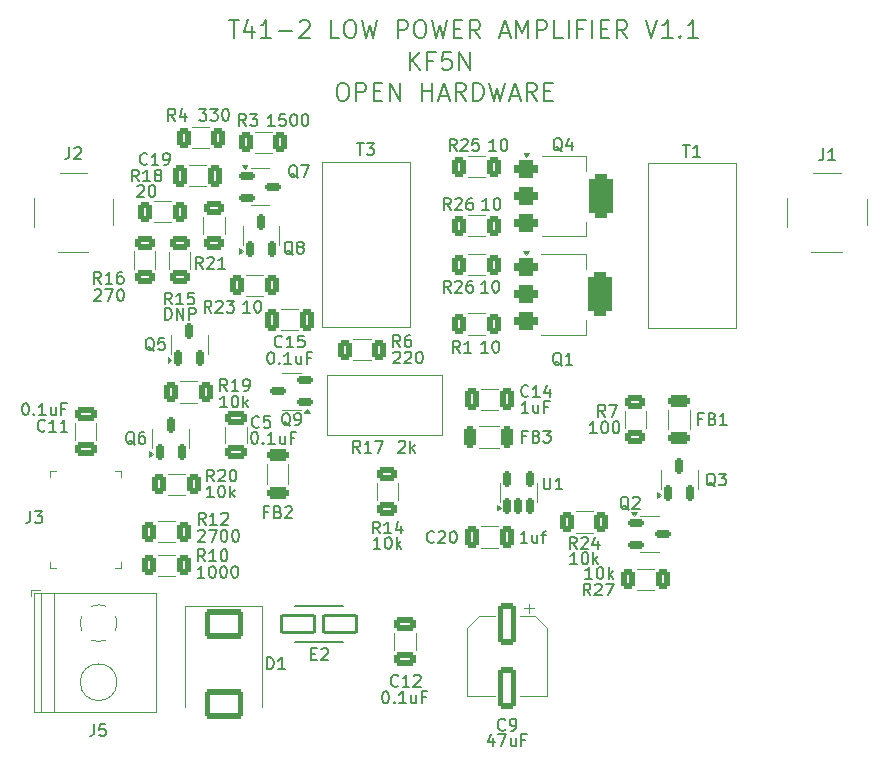
<source format=gbr>
G04 #@! TF.GenerationSoftware,KiCad,Pcbnew,8.0.6*
G04 #@! TF.CreationDate,2024-12-01T18:53:23-05:00*
G04 #@! TF.ProjectId,t41_2_low_power_amplifier,7434315f-325f-46c6-9f77-5f706f776572,rev?*
G04 #@! TF.SameCoordinates,Original*
G04 #@! TF.FileFunction,Legend,Top*
G04 #@! TF.FilePolarity,Positive*
%FSLAX46Y46*%
G04 Gerber Fmt 4.6, Leading zero omitted, Abs format (unit mm)*
G04 Created by KiCad (PCBNEW 8.0.6) date 2024-12-01 18:53:23*
%MOMM*%
%LPD*%
G01*
G04 APERTURE LIST*
G04 Aperture macros list*
%AMRoundRect*
0 Rectangle with rounded corners*
0 $1 Rounding radius*
0 $2 $3 $4 $5 $6 $7 $8 $9 X,Y pos of 4 corners*
0 Add a 4 corners polygon primitive as box body*
4,1,4,$2,$3,$4,$5,$6,$7,$8,$9,$2,$3,0*
0 Add four circle primitives for the rounded corners*
1,1,$1+$1,$2,$3*
1,1,$1+$1,$4,$5*
1,1,$1+$1,$6,$7*
1,1,$1+$1,$8,$9*
0 Add four rect primitives between the rounded corners*
20,1,$1+$1,$2,$3,$4,$5,0*
20,1,$1+$1,$4,$5,$6,$7,0*
20,1,$1+$1,$6,$7,$8,$9,0*
20,1,$1+$1,$8,$9,$2,$3,0*%
G04 Aperture macros list end*
%ADD10C,0.200000*%
%ADD11C,0.150000*%
%ADD12C,0.120000*%
%ADD13C,0.100000*%
%ADD14C,0.127000*%
%ADD15C,7.500000*%
%ADD16RoundRect,0.250000X-0.625000X0.312500X-0.625000X-0.312500X0.625000X-0.312500X0.625000X0.312500X0*%
%ADD17RoundRect,0.250000X-0.312500X-0.625000X0.312500X-0.625000X0.312500X0.625000X-0.312500X0.625000X0*%
%ADD18RoundRect,0.150000X0.150000X-0.512500X0.150000X0.512500X-0.150000X0.512500X-0.150000X-0.512500X0*%
%ADD19RoundRect,0.250000X0.325000X0.650000X-0.325000X0.650000X-0.325000X-0.650000X0.325000X-0.650000X0*%
%ADD20RoundRect,0.250000X-0.550000X1.500000X-0.550000X-1.500000X0.550000X-1.500000X0.550000X1.500000X0*%
%ADD21RoundRect,0.250000X0.700000X-0.275000X0.700000X0.275000X-0.700000X0.275000X-0.700000X-0.275000X0*%
%ADD22RoundRect,0.250000X0.312500X0.625000X-0.312500X0.625000X-0.312500X-0.625000X0.312500X-0.625000X0*%
%ADD23RoundRect,0.250000X-1.400000X-1.000000X1.400000X-1.000000X1.400000X1.000000X-1.400000X1.000000X0*%
%ADD24C,2.000000*%
%ADD25RoundRect,0.250000X0.625000X-0.312500X0.625000X0.312500X-0.625000X0.312500X-0.625000X-0.312500X0*%
%ADD26RoundRect,0.250000X0.275000X0.700000X-0.275000X0.700000X-0.275000X-0.700000X0.275000X-0.700000X0*%
%ADD27RoundRect,0.150000X-0.512500X-0.150000X0.512500X-0.150000X0.512500X0.150000X-0.512500X0.150000X0*%
%ADD28C,1.440000*%
%ADD29RoundRect,0.150000X0.512500X0.150000X-0.512500X0.150000X-0.512500X-0.150000X0.512500X-0.150000X0*%
%ADD30RoundRect,0.250000X-0.650000X0.325000X-0.650000X-0.325000X0.650000X-0.325000X0.650000X0.325000X0*%
%ADD31C,2.600000*%
%ADD32C,2.500000*%
%ADD33RoundRect,0.375000X-0.625000X-0.375000X0.625000X-0.375000X0.625000X0.375000X-0.625000X0.375000X0*%
%ADD34RoundRect,0.500000X-0.500000X-1.400000X0.500000X-1.400000X0.500000X1.400000X-0.500000X1.400000X0*%
%ADD35RoundRect,0.102000X-1.385000X-0.735000X1.385000X-0.735000X1.385000X0.735000X-1.385000X0.735000X0*%
%ADD36R,2.400000X2.400000*%
%ADD37C,2.400000*%
%ADD38C,2.100000*%
G04 APERTURE END LIST*
D10*
X128574435Y-58406028D02*
X128860149Y-58406028D01*
X128860149Y-58406028D02*
X129003006Y-58477457D01*
X129003006Y-58477457D02*
X129145863Y-58620314D01*
X129145863Y-58620314D02*
X129217292Y-58906028D01*
X129217292Y-58906028D02*
X129217292Y-59406028D01*
X129217292Y-59406028D02*
X129145863Y-59691742D01*
X129145863Y-59691742D02*
X129003006Y-59834600D01*
X129003006Y-59834600D02*
X128860149Y-59906028D01*
X128860149Y-59906028D02*
X128574435Y-59906028D01*
X128574435Y-59906028D02*
X128431578Y-59834600D01*
X128431578Y-59834600D02*
X128288720Y-59691742D01*
X128288720Y-59691742D02*
X128217292Y-59406028D01*
X128217292Y-59406028D02*
X128217292Y-58906028D01*
X128217292Y-58906028D02*
X128288720Y-58620314D01*
X128288720Y-58620314D02*
X128431578Y-58477457D01*
X128431578Y-58477457D02*
X128574435Y-58406028D01*
X129860149Y-59906028D02*
X129860149Y-58406028D01*
X129860149Y-58406028D02*
X130431578Y-58406028D01*
X130431578Y-58406028D02*
X130574435Y-58477457D01*
X130574435Y-58477457D02*
X130645864Y-58548885D01*
X130645864Y-58548885D02*
X130717292Y-58691742D01*
X130717292Y-58691742D02*
X130717292Y-58906028D01*
X130717292Y-58906028D02*
X130645864Y-59048885D01*
X130645864Y-59048885D02*
X130574435Y-59120314D01*
X130574435Y-59120314D02*
X130431578Y-59191742D01*
X130431578Y-59191742D02*
X129860149Y-59191742D01*
X131360149Y-59120314D02*
X131860149Y-59120314D01*
X132074435Y-59906028D02*
X131360149Y-59906028D01*
X131360149Y-59906028D02*
X131360149Y-58406028D01*
X131360149Y-58406028D02*
X132074435Y-58406028D01*
X132717292Y-59906028D02*
X132717292Y-58406028D01*
X132717292Y-58406028D02*
X133574435Y-59906028D01*
X133574435Y-59906028D02*
X133574435Y-58406028D01*
X135431578Y-59906028D02*
X135431578Y-58406028D01*
X135431578Y-59120314D02*
X136288721Y-59120314D01*
X136288721Y-59906028D02*
X136288721Y-58406028D01*
X136931579Y-59477457D02*
X137645865Y-59477457D01*
X136788722Y-59906028D02*
X137288722Y-58406028D01*
X137288722Y-58406028D02*
X137788722Y-59906028D01*
X139145864Y-59906028D02*
X138645864Y-59191742D01*
X138288721Y-59906028D02*
X138288721Y-58406028D01*
X138288721Y-58406028D02*
X138860150Y-58406028D01*
X138860150Y-58406028D02*
X139003007Y-58477457D01*
X139003007Y-58477457D02*
X139074436Y-58548885D01*
X139074436Y-58548885D02*
X139145864Y-58691742D01*
X139145864Y-58691742D02*
X139145864Y-58906028D01*
X139145864Y-58906028D02*
X139074436Y-59048885D01*
X139074436Y-59048885D02*
X139003007Y-59120314D01*
X139003007Y-59120314D02*
X138860150Y-59191742D01*
X138860150Y-59191742D02*
X138288721Y-59191742D01*
X139788721Y-59906028D02*
X139788721Y-58406028D01*
X139788721Y-58406028D02*
X140145864Y-58406028D01*
X140145864Y-58406028D02*
X140360150Y-58477457D01*
X140360150Y-58477457D02*
X140503007Y-58620314D01*
X140503007Y-58620314D02*
X140574436Y-58763171D01*
X140574436Y-58763171D02*
X140645864Y-59048885D01*
X140645864Y-59048885D02*
X140645864Y-59263171D01*
X140645864Y-59263171D02*
X140574436Y-59548885D01*
X140574436Y-59548885D02*
X140503007Y-59691742D01*
X140503007Y-59691742D02*
X140360150Y-59834600D01*
X140360150Y-59834600D02*
X140145864Y-59906028D01*
X140145864Y-59906028D02*
X139788721Y-59906028D01*
X141145864Y-58406028D02*
X141503007Y-59906028D01*
X141503007Y-59906028D02*
X141788721Y-58834600D01*
X141788721Y-58834600D02*
X142074436Y-59906028D01*
X142074436Y-59906028D02*
X142431579Y-58406028D01*
X142931579Y-59477457D02*
X143645865Y-59477457D01*
X142788722Y-59906028D02*
X143288722Y-58406028D01*
X143288722Y-58406028D02*
X143788722Y-59906028D01*
X145145864Y-59906028D02*
X144645864Y-59191742D01*
X144288721Y-59906028D02*
X144288721Y-58406028D01*
X144288721Y-58406028D02*
X144860150Y-58406028D01*
X144860150Y-58406028D02*
X145003007Y-58477457D01*
X145003007Y-58477457D02*
X145074436Y-58548885D01*
X145074436Y-58548885D02*
X145145864Y-58691742D01*
X145145864Y-58691742D02*
X145145864Y-58906028D01*
X145145864Y-58906028D02*
X145074436Y-59048885D01*
X145074436Y-59048885D02*
X145003007Y-59120314D01*
X145003007Y-59120314D02*
X144860150Y-59191742D01*
X144860150Y-59191742D02*
X144288721Y-59191742D01*
X145788721Y-59120314D02*
X146288721Y-59120314D01*
X146503007Y-59906028D02*
X145788721Y-59906028D01*
X145788721Y-59906028D02*
X145788721Y-58406028D01*
X145788721Y-58406028D02*
X146503007Y-58406028D01*
X134388720Y-57306028D02*
X134388720Y-55806028D01*
X135245863Y-57306028D02*
X134603006Y-56448885D01*
X135245863Y-55806028D02*
X134388720Y-56663171D01*
X136388720Y-56520314D02*
X135888720Y-56520314D01*
X135888720Y-57306028D02*
X135888720Y-55806028D01*
X135888720Y-55806028D02*
X136603006Y-55806028D01*
X137888720Y-55806028D02*
X137174434Y-55806028D01*
X137174434Y-55806028D02*
X137103006Y-56520314D01*
X137103006Y-56520314D02*
X137174434Y-56448885D01*
X137174434Y-56448885D02*
X137317292Y-56377457D01*
X137317292Y-56377457D02*
X137674434Y-56377457D01*
X137674434Y-56377457D02*
X137817292Y-56448885D01*
X137817292Y-56448885D02*
X137888720Y-56520314D01*
X137888720Y-56520314D02*
X137960149Y-56663171D01*
X137960149Y-56663171D02*
X137960149Y-57020314D01*
X137960149Y-57020314D02*
X137888720Y-57163171D01*
X137888720Y-57163171D02*
X137817292Y-57234600D01*
X137817292Y-57234600D02*
X137674434Y-57306028D01*
X137674434Y-57306028D02*
X137317292Y-57306028D01*
X137317292Y-57306028D02*
X137174434Y-57234600D01*
X137174434Y-57234600D02*
X137103006Y-57163171D01*
X138603005Y-57306028D02*
X138603005Y-55806028D01*
X138603005Y-55806028D02*
X139460148Y-57306028D01*
X139460148Y-57306028D02*
X139460148Y-55806028D01*
X119074435Y-53106028D02*
X119931578Y-53106028D01*
X119503006Y-54606028D02*
X119503006Y-53106028D01*
X121074435Y-53606028D02*
X121074435Y-54606028D01*
X120717292Y-53034600D02*
X120360149Y-54106028D01*
X120360149Y-54106028D02*
X121288720Y-54106028D01*
X122645863Y-54606028D02*
X121788720Y-54606028D01*
X122217291Y-54606028D02*
X122217291Y-53106028D01*
X122217291Y-53106028D02*
X122074434Y-53320314D01*
X122074434Y-53320314D02*
X121931577Y-53463171D01*
X121931577Y-53463171D02*
X121788720Y-53534600D01*
X123288719Y-54034600D02*
X124431577Y-54034600D01*
X125074434Y-53248885D02*
X125145862Y-53177457D01*
X125145862Y-53177457D02*
X125288720Y-53106028D01*
X125288720Y-53106028D02*
X125645862Y-53106028D01*
X125645862Y-53106028D02*
X125788720Y-53177457D01*
X125788720Y-53177457D02*
X125860148Y-53248885D01*
X125860148Y-53248885D02*
X125931577Y-53391742D01*
X125931577Y-53391742D02*
X125931577Y-53534600D01*
X125931577Y-53534600D02*
X125860148Y-53748885D01*
X125860148Y-53748885D02*
X125003005Y-54606028D01*
X125003005Y-54606028D02*
X125931577Y-54606028D01*
X128431576Y-54606028D02*
X127717290Y-54606028D01*
X127717290Y-54606028D02*
X127717290Y-53106028D01*
X129217291Y-53106028D02*
X129503005Y-53106028D01*
X129503005Y-53106028D02*
X129645862Y-53177457D01*
X129645862Y-53177457D02*
X129788719Y-53320314D01*
X129788719Y-53320314D02*
X129860148Y-53606028D01*
X129860148Y-53606028D02*
X129860148Y-54106028D01*
X129860148Y-54106028D02*
X129788719Y-54391742D01*
X129788719Y-54391742D02*
X129645862Y-54534600D01*
X129645862Y-54534600D02*
X129503005Y-54606028D01*
X129503005Y-54606028D02*
X129217291Y-54606028D01*
X129217291Y-54606028D02*
X129074434Y-54534600D01*
X129074434Y-54534600D02*
X128931576Y-54391742D01*
X128931576Y-54391742D02*
X128860148Y-54106028D01*
X128860148Y-54106028D02*
X128860148Y-53606028D01*
X128860148Y-53606028D02*
X128931576Y-53320314D01*
X128931576Y-53320314D02*
X129074434Y-53177457D01*
X129074434Y-53177457D02*
X129217291Y-53106028D01*
X130360148Y-53106028D02*
X130717291Y-54606028D01*
X130717291Y-54606028D02*
X131003005Y-53534600D01*
X131003005Y-53534600D02*
X131288720Y-54606028D01*
X131288720Y-54606028D02*
X131645863Y-53106028D01*
X133360148Y-54606028D02*
X133360148Y-53106028D01*
X133360148Y-53106028D02*
X133931577Y-53106028D01*
X133931577Y-53106028D02*
X134074434Y-53177457D01*
X134074434Y-53177457D02*
X134145863Y-53248885D01*
X134145863Y-53248885D02*
X134217291Y-53391742D01*
X134217291Y-53391742D02*
X134217291Y-53606028D01*
X134217291Y-53606028D02*
X134145863Y-53748885D01*
X134145863Y-53748885D02*
X134074434Y-53820314D01*
X134074434Y-53820314D02*
X133931577Y-53891742D01*
X133931577Y-53891742D02*
X133360148Y-53891742D01*
X135145863Y-53106028D02*
X135431577Y-53106028D01*
X135431577Y-53106028D02*
X135574434Y-53177457D01*
X135574434Y-53177457D02*
X135717291Y-53320314D01*
X135717291Y-53320314D02*
X135788720Y-53606028D01*
X135788720Y-53606028D02*
X135788720Y-54106028D01*
X135788720Y-54106028D02*
X135717291Y-54391742D01*
X135717291Y-54391742D02*
X135574434Y-54534600D01*
X135574434Y-54534600D02*
X135431577Y-54606028D01*
X135431577Y-54606028D02*
X135145863Y-54606028D01*
X135145863Y-54606028D02*
X135003006Y-54534600D01*
X135003006Y-54534600D02*
X134860148Y-54391742D01*
X134860148Y-54391742D02*
X134788720Y-54106028D01*
X134788720Y-54106028D02*
X134788720Y-53606028D01*
X134788720Y-53606028D02*
X134860148Y-53320314D01*
X134860148Y-53320314D02*
X135003006Y-53177457D01*
X135003006Y-53177457D02*
X135145863Y-53106028D01*
X136288720Y-53106028D02*
X136645863Y-54606028D01*
X136645863Y-54606028D02*
X136931577Y-53534600D01*
X136931577Y-53534600D02*
X137217292Y-54606028D01*
X137217292Y-54606028D02*
X137574435Y-53106028D01*
X138145863Y-53820314D02*
X138645863Y-53820314D01*
X138860149Y-54606028D02*
X138145863Y-54606028D01*
X138145863Y-54606028D02*
X138145863Y-53106028D01*
X138145863Y-53106028D02*
X138860149Y-53106028D01*
X140360149Y-54606028D02*
X139860149Y-53891742D01*
X139503006Y-54606028D02*
X139503006Y-53106028D01*
X139503006Y-53106028D02*
X140074435Y-53106028D01*
X140074435Y-53106028D02*
X140217292Y-53177457D01*
X140217292Y-53177457D02*
X140288721Y-53248885D01*
X140288721Y-53248885D02*
X140360149Y-53391742D01*
X140360149Y-53391742D02*
X140360149Y-53606028D01*
X140360149Y-53606028D02*
X140288721Y-53748885D01*
X140288721Y-53748885D02*
X140217292Y-53820314D01*
X140217292Y-53820314D02*
X140074435Y-53891742D01*
X140074435Y-53891742D02*
X139503006Y-53891742D01*
X142074435Y-54177457D02*
X142788721Y-54177457D01*
X141931578Y-54606028D02*
X142431578Y-53106028D01*
X142431578Y-53106028D02*
X142931578Y-54606028D01*
X143431577Y-54606028D02*
X143431577Y-53106028D01*
X143431577Y-53106028D02*
X143931577Y-54177457D01*
X143931577Y-54177457D02*
X144431577Y-53106028D01*
X144431577Y-53106028D02*
X144431577Y-54606028D01*
X145145863Y-54606028D02*
X145145863Y-53106028D01*
X145145863Y-53106028D02*
X145717292Y-53106028D01*
X145717292Y-53106028D02*
X145860149Y-53177457D01*
X145860149Y-53177457D02*
X145931578Y-53248885D01*
X145931578Y-53248885D02*
X146003006Y-53391742D01*
X146003006Y-53391742D02*
X146003006Y-53606028D01*
X146003006Y-53606028D02*
X145931578Y-53748885D01*
X145931578Y-53748885D02*
X145860149Y-53820314D01*
X145860149Y-53820314D02*
X145717292Y-53891742D01*
X145717292Y-53891742D02*
X145145863Y-53891742D01*
X147360149Y-54606028D02*
X146645863Y-54606028D01*
X146645863Y-54606028D02*
X146645863Y-53106028D01*
X147860149Y-54606028D02*
X147860149Y-53106028D01*
X149074435Y-53820314D02*
X148574435Y-53820314D01*
X148574435Y-54606028D02*
X148574435Y-53106028D01*
X148574435Y-53106028D02*
X149288721Y-53106028D01*
X149860149Y-54606028D02*
X149860149Y-53106028D01*
X150574435Y-53820314D02*
X151074435Y-53820314D01*
X151288721Y-54606028D02*
X150574435Y-54606028D01*
X150574435Y-54606028D02*
X150574435Y-53106028D01*
X150574435Y-53106028D02*
X151288721Y-53106028D01*
X152788721Y-54606028D02*
X152288721Y-53891742D01*
X151931578Y-54606028D02*
X151931578Y-53106028D01*
X151931578Y-53106028D02*
X152503007Y-53106028D01*
X152503007Y-53106028D02*
X152645864Y-53177457D01*
X152645864Y-53177457D02*
X152717293Y-53248885D01*
X152717293Y-53248885D02*
X152788721Y-53391742D01*
X152788721Y-53391742D02*
X152788721Y-53606028D01*
X152788721Y-53606028D02*
X152717293Y-53748885D01*
X152717293Y-53748885D02*
X152645864Y-53820314D01*
X152645864Y-53820314D02*
X152503007Y-53891742D01*
X152503007Y-53891742D02*
X151931578Y-53891742D01*
X154360150Y-53106028D02*
X154860150Y-54606028D01*
X154860150Y-54606028D02*
X155360150Y-53106028D01*
X156645864Y-54606028D02*
X155788721Y-54606028D01*
X156217292Y-54606028D02*
X156217292Y-53106028D01*
X156217292Y-53106028D02*
X156074435Y-53320314D01*
X156074435Y-53320314D02*
X155931578Y-53463171D01*
X155931578Y-53463171D02*
X155788721Y-53534600D01*
X157288720Y-54463171D02*
X157360149Y-54534600D01*
X157360149Y-54534600D02*
X157288720Y-54606028D01*
X157288720Y-54606028D02*
X157217292Y-54534600D01*
X157217292Y-54534600D02*
X157288720Y-54463171D01*
X157288720Y-54463171D02*
X157288720Y-54606028D01*
X158788721Y-54606028D02*
X157931578Y-54606028D01*
X158360149Y-54606028D02*
X158360149Y-53106028D01*
X158360149Y-53106028D02*
X158217292Y-53320314D01*
X158217292Y-53320314D02*
X158074435Y-53463171D01*
X158074435Y-53463171D02*
X157931578Y-53534600D01*
D11*
X150933333Y-86654819D02*
X150600000Y-86178628D01*
X150361905Y-86654819D02*
X150361905Y-85654819D01*
X150361905Y-85654819D02*
X150742857Y-85654819D01*
X150742857Y-85654819D02*
X150838095Y-85702438D01*
X150838095Y-85702438D02*
X150885714Y-85750057D01*
X150885714Y-85750057D02*
X150933333Y-85845295D01*
X150933333Y-85845295D02*
X150933333Y-85988152D01*
X150933333Y-85988152D02*
X150885714Y-86083390D01*
X150885714Y-86083390D02*
X150838095Y-86131009D01*
X150838095Y-86131009D02*
X150742857Y-86178628D01*
X150742857Y-86178628D02*
X150361905Y-86178628D01*
X151266667Y-85654819D02*
X151933333Y-85654819D01*
X151933333Y-85654819D02*
X151504762Y-86654819D01*
X150233333Y-88054819D02*
X149661905Y-88054819D01*
X149947619Y-88054819D02*
X149947619Y-87054819D01*
X149947619Y-87054819D02*
X149852381Y-87197676D01*
X149852381Y-87197676D02*
X149757143Y-87292914D01*
X149757143Y-87292914D02*
X149661905Y-87340533D01*
X150852381Y-87054819D02*
X150947619Y-87054819D01*
X150947619Y-87054819D02*
X151042857Y-87102438D01*
X151042857Y-87102438D02*
X151090476Y-87150057D01*
X151090476Y-87150057D02*
X151138095Y-87245295D01*
X151138095Y-87245295D02*
X151185714Y-87435771D01*
X151185714Y-87435771D02*
X151185714Y-87673866D01*
X151185714Y-87673866D02*
X151138095Y-87864342D01*
X151138095Y-87864342D02*
X151090476Y-87959580D01*
X151090476Y-87959580D02*
X151042857Y-88007200D01*
X151042857Y-88007200D02*
X150947619Y-88054819D01*
X150947619Y-88054819D02*
X150852381Y-88054819D01*
X150852381Y-88054819D02*
X150757143Y-88007200D01*
X150757143Y-88007200D02*
X150709524Y-87959580D01*
X150709524Y-87959580D02*
X150661905Y-87864342D01*
X150661905Y-87864342D02*
X150614286Y-87673866D01*
X150614286Y-87673866D02*
X150614286Y-87435771D01*
X150614286Y-87435771D02*
X150661905Y-87245295D01*
X150661905Y-87245295D02*
X150709524Y-87150057D01*
X150709524Y-87150057D02*
X150757143Y-87102438D01*
X150757143Y-87102438D02*
X150852381Y-87054819D01*
X151804762Y-87054819D02*
X151900000Y-87054819D01*
X151900000Y-87054819D02*
X151995238Y-87102438D01*
X151995238Y-87102438D02*
X152042857Y-87150057D01*
X152042857Y-87150057D02*
X152090476Y-87245295D01*
X152090476Y-87245295D02*
X152138095Y-87435771D01*
X152138095Y-87435771D02*
X152138095Y-87673866D01*
X152138095Y-87673866D02*
X152090476Y-87864342D01*
X152090476Y-87864342D02*
X152042857Y-87959580D01*
X152042857Y-87959580D02*
X151995238Y-88007200D01*
X151995238Y-88007200D02*
X151900000Y-88054819D01*
X151900000Y-88054819D02*
X151804762Y-88054819D01*
X151804762Y-88054819D02*
X151709524Y-88007200D01*
X151709524Y-88007200D02*
X151661905Y-87959580D01*
X151661905Y-87959580D02*
X151614286Y-87864342D01*
X151614286Y-87864342D02*
X151566667Y-87673866D01*
X151566667Y-87673866D02*
X151566667Y-87435771D01*
X151566667Y-87435771D02*
X151614286Y-87245295D01*
X151614286Y-87245295D02*
X151661905Y-87150057D01*
X151661905Y-87150057D02*
X151709524Y-87102438D01*
X151709524Y-87102438D02*
X151804762Y-87054819D01*
X118932142Y-84479819D02*
X118598809Y-84003628D01*
X118360714Y-84479819D02*
X118360714Y-83479819D01*
X118360714Y-83479819D02*
X118741666Y-83479819D01*
X118741666Y-83479819D02*
X118836904Y-83527438D01*
X118836904Y-83527438D02*
X118884523Y-83575057D01*
X118884523Y-83575057D02*
X118932142Y-83670295D01*
X118932142Y-83670295D02*
X118932142Y-83813152D01*
X118932142Y-83813152D02*
X118884523Y-83908390D01*
X118884523Y-83908390D02*
X118836904Y-83956009D01*
X118836904Y-83956009D02*
X118741666Y-84003628D01*
X118741666Y-84003628D02*
X118360714Y-84003628D01*
X119884523Y-84479819D02*
X119313095Y-84479819D01*
X119598809Y-84479819D02*
X119598809Y-83479819D01*
X119598809Y-83479819D02*
X119503571Y-83622676D01*
X119503571Y-83622676D02*
X119408333Y-83717914D01*
X119408333Y-83717914D02*
X119313095Y-83765533D01*
X120360714Y-84479819D02*
X120551190Y-84479819D01*
X120551190Y-84479819D02*
X120646428Y-84432200D01*
X120646428Y-84432200D02*
X120694047Y-84384580D01*
X120694047Y-84384580D02*
X120789285Y-84241723D01*
X120789285Y-84241723D02*
X120836904Y-84051247D01*
X120836904Y-84051247D02*
X120836904Y-83670295D01*
X120836904Y-83670295D02*
X120789285Y-83575057D01*
X120789285Y-83575057D02*
X120741666Y-83527438D01*
X120741666Y-83527438D02*
X120646428Y-83479819D01*
X120646428Y-83479819D02*
X120455952Y-83479819D01*
X120455952Y-83479819D02*
X120360714Y-83527438D01*
X120360714Y-83527438D02*
X120313095Y-83575057D01*
X120313095Y-83575057D02*
X120265476Y-83670295D01*
X120265476Y-83670295D02*
X120265476Y-83908390D01*
X120265476Y-83908390D02*
X120313095Y-84003628D01*
X120313095Y-84003628D02*
X120360714Y-84051247D01*
X120360714Y-84051247D02*
X120455952Y-84098866D01*
X120455952Y-84098866D02*
X120646428Y-84098866D01*
X120646428Y-84098866D02*
X120741666Y-84051247D01*
X120741666Y-84051247D02*
X120789285Y-84003628D01*
X120789285Y-84003628D02*
X120836904Y-83908390D01*
X118929761Y-85879819D02*
X118358333Y-85879819D01*
X118644047Y-85879819D02*
X118644047Y-84879819D01*
X118644047Y-84879819D02*
X118548809Y-85022676D01*
X118548809Y-85022676D02*
X118453571Y-85117914D01*
X118453571Y-85117914D02*
X118358333Y-85165533D01*
X119548809Y-84879819D02*
X119644047Y-84879819D01*
X119644047Y-84879819D02*
X119739285Y-84927438D01*
X119739285Y-84927438D02*
X119786904Y-84975057D01*
X119786904Y-84975057D02*
X119834523Y-85070295D01*
X119834523Y-85070295D02*
X119882142Y-85260771D01*
X119882142Y-85260771D02*
X119882142Y-85498866D01*
X119882142Y-85498866D02*
X119834523Y-85689342D01*
X119834523Y-85689342D02*
X119786904Y-85784580D01*
X119786904Y-85784580D02*
X119739285Y-85832200D01*
X119739285Y-85832200D02*
X119644047Y-85879819D01*
X119644047Y-85879819D02*
X119548809Y-85879819D01*
X119548809Y-85879819D02*
X119453571Y-85832200D01*
X119453571Y-85832200D02*
X119405952Y-85784580D01*
X119405952Y-85784580D02*
X119358333Y-85689342D01*
X119358333Y-85689342D02*
X119310714Y-85498866D01*
X119310714Y-85498866D02*
X119310714Y-85260771D01*
X119310714Y-85260771D02*
X119358333Y-85070295D01*
X119358333Y-85070295D02*
X119405952Y-84975057D01*
X119405952Y-84975057D02*
X119453571Y-84927438D01*
X119453571Y-84927438D02*
X119548809Y-84879819D01*
X120310714Y-85879819D02*
X120310714Y-84879819D01*
X120405952Y-85498866D02*
X120691666Y-85879819D01*
X120691666Y-85213152D02*
X120310714Y-85594104D01*
X145738095Y-91829819D02*
X145738095Y-92639342D01*
X145738095Y-92639342D02*
X145785714Y-92734580D01*
X145785714Y-92734580D02*
X145833333Y-92782200D01*
X145833333Y-92782200D02*
X145928571Y-92829819D01*
X145928571Y-92829819D02*
X146119047Y-92829819D01*
X146119047Y-92829819D02*
X146214285Y-92782200D01*
X146214285Y-92782200D02*
X146261904Y-92734580D01*
X146261904Y-92734580D02*
X146309523Y-92639342D01*
X146309523Y-92639342D02*
X146309523Y-91829819D01*
X147309523Y-92829819D02*
X146738095Y-92829819D01*
X147023809Y-92829819D02*
X147023809Y-91829819D01*
X147023809Y-91829819D02*
X146928571Y-91972676D01*
X146928571Y-91972676D02*
X146833333Y-92067914D01*
X146833333Y-92067914D02*
X146738095Y-92115533D01*
X136457142Y-97259580D02*
X136409523Y-97307200D01*
X136409523Y-97307200D02*
X136266666Y-97354819D01*
X136266666Y-97354819D02*
X136171428Y-97354819D01*
X136171428Y-97354819D02*
X136028571Y-97307200D01*
X136028571Y-97307200D02*
X135933333Y-97211961D01*
X135933333Y-97211961D02*
X135885714Y-97116723D01*
X135885714Y-97116723D02*
X135838095Y-96926247D01*
X135838095Y-96926247D02*
X135838095Y-96783390D01*
X135838095Y-96783390D02*
X135885714Y-96592914D01*
X135885714Y-96592914D02*
X135933333Y-96497676D01*
X135933333Y-96497676D02*
X136028571Y-96402438D01*
X136028571Y-96402438D02*
X136171428Y-96354819D01*
X136171428Y-96354819D02*
X136266666Y-96354819D01*
X136266666Y-96354819D02*
X136409523Y-96402438D01*
X136409523Y-96402438D02*
X136457142Y-96450057D01*
X136838095Y-96450057D02*
X136885714Y-96402438D01*
X136885714Y-96402438D02*
X136980952Y-96354819D01*
X136980952Y-96354819D02*
X137219047Y-96354819D01*
X137219047Y-96354819D02*
X137314285Y-96402438D01*
X137314285Y-96402438D02*
X137361904Y-96450057D01*
X137361904Y-96450057D02*
X137409523Y-96545295D01*
X137409523Y-96545295D02*
X137409523Y-96640533D01*
X137409523Y-96640533D02*
X137361904Y-96783390D01*
X137361904Y-96783390D02*
X136790476Y-97354819D01*
X136790476Y-97354819D02*
X137409523Y-97354819D01*
X138028571Y-96354819D02*
X138123809Y-96354819D01*
X138123809Y-96354819D02*
X138219047Y-96402438D01*
X138219047Y-96402438D02*
X138266666Y-96450057D01*
X138266666Y-96450057D02*
X138314285Y-96545295D01*
X138314285Y-96545295D02*
X138361904Y-96735771D01*
X138361904Y-96735771D02*
X138361904Y-96973866D01*
X138361904Y-96973866D02*
X138314285Y-97164342D01*
X138314285Y-97164342D02*
X138266666Y-97259580D01*
X138266666Y-97259580D02*
X138219047Y-97307200D01*
X138219047Y-97307200D02*
X138123809Y-97354819D01*
X138123809Y-97354819D02*
X138028571Y-97354819D01*
X138028571Y-97354819D02*
X137933333Y-97307200D01*
X137933333Y-97307200D02*
X137885714Y-97259580D01*
X137885714Y-97259580D02*
X137838095Y-97164342D01*
X137838095Y-97164342D02*
X137790476Y-96973866D01*
X137790476Y-96973866D02*
X137790476Y-96735771D01*
X137790476Y-96735771D02*
X137838095Y-96545295D01*
X137838095Y-96545295D02*
X137885714Y-96450057D01*
X137885714Y-96450057D02*
X137933333Y-96402438D01*
X137933333Y-96402438D02*
X138028571Y-96354819D01*
X144347618Y-97354819D02*
X143776190Y-97354819D01*
X144061904Y-97354819D02*
X144061904Y-96354819D01*
X144061904Y-96354819D02*
X143966666Y-96497676D01*
X143966666Y-96497676D02*
X143871428Y-96592914D01*
X143871428Y-96592914D02*
X143776190Y-96640533D01*
X145204761Y-96688152D02*
X145204761Y-97354819D01*
X144776190Y-96688152D02*
X144776190Y-97211961D01*
X144776190Y-97211961D02*
X144823809Y-97307200D01*
X144823809Y-97307200D02*
X144919047Y-97354819D01*
X144919047Y-97354819D02*
X145061904Y-97354819D01*
X145061904Y-97354819D02*
X145157142Y-97307200D01*
X145157142Y-97307200D02*
X145204761Y-97259580D01*
X145538095Y-96688152D02*
X145919047Y-96688152D01*
X145680952Y-97354819D02*
X145680952Y-96497676D01*
X145680952Y-96497676D02*
X145728571Y-96402438D01*
X145728571Y-96402438D02*
X145823809Y-96354819D01*
X145823809Y-96354819D02*
X145919047Y-96354819D01*
X142473333Y-113145832D02*
X142425714Y-113193452D01*
X142425714Y-113193452D02*
X142282857Y-113241071D01*
X142282857Y-113241071D02*
X142187619Y-113241071D01*
X142187619Y-113241071D02*
X142044762Y-113193452D01*
X142044762Y-113193452D02*
X141949524Y-113098213D01*
X141949524Y-113098213D02*
X141901905Y-113002975D01*
X141901905Y-113002975D02*
X141854286Y-112812499D01*
X141854286Y-112812499D02*
X141854286Y-112669642D01*
X141854286Y-112669642D02*
X141901905Y-112479166D01*
X141901905Y-112479166D02*
X141949524Y-112383928D01*
X141949524Y-112383928D02*
X142044762Y-112288690D01*
X142044762Y-112288690D02*
X142187619Y-112241071D01*
X142187619Y-112241071D02*
X142282857Y-112241071D01*
X142282857Y-112241071D02*
X142425714Y-112288690D01*
X142425714Y-112288690D02*
X142473333Y-112336309D01*
X142949524Y-113241071D02*
X143140000Y-113241071D01*
X143140000Y-113241071D02*
X143235238Y-113193452D01*
X143235238Y-113193452D02*
X143282857Y-113145832D01*
X143282857Y-113145832D02*
X143378095Y-113002975D01*
X143378095Y-113002975D02*
X143425714Y-112812499D01*
X143425714Y-112812499D02*
X143425714Y-112431547D01*
X143425714Y-112431547D02*
X143378095Y-112336309D01*
X143378095Y-112336309D02*
X143330476Y-112288690D01*
X143330476Y-112288690D02*
X143235238Y-112241071D01*
X143235238Y-112241071D02*
X143044762Y-112241071D01*
X143044762Y-112241071D02*
X142949524Y-112288690D01*
X142949524Y-112288690D02*
X142901905Y-112336309D01*
X142901905Y-112336309D02*
X142854286Y-112431547D01*
X142854286Y-112431547D02*
X142854286Y-112669642D01*
X142854286Y-112669642D02*
X142901905Y-112764880D01*
X142901905Y-112764880D02*
X142949524Y-112812499D01*
X142949524Y-112812499D02*
X143044762Y-112860118D01*
X143044762Y-112860118D02*
X143235238Y-112860118D01*
X143235238Y-112860118D02*
X143330476Y-112812499D01*
X143330476Y-112812499D02*
X143378095Y-112764880D01*
X143378095Y-112764880D02*
X143425714Y-112669642D01*
X141473333Y-113874404D02*
X141473333Y-114541071D01*
X141235238Y-113493452D02*
X140997143Y-114207737D01*
X140997143Y-114207737D02*
X141616190Y-114207737D01*
X141901905Y-113541071D02*
X142568571Y-113541071D01*
X142568571Y-113541071D02*
X142140000Y-114541071D01*
X143378095Y-113874404D02*
X143378095Y-114541071D01*
X142949524Y-113874404D02*
X142949524Y-114398213D01*
X142949524Y-114398213D02*
X142997143Y-114493452D01*
X142997143Y-114493452D02*
X143092381Y-114541071D01*
X143092381Y-114541071D02*
X143235238Y-114541071D01*
X143235238Y-114541071D02*
X143330476Y-114493452D01*
X143330476Y-114493452D02*
X143378095Y-114445832D01*
X144187619Y-114017261D02*
X143854286Y-114017261D01*
X143854286Y-114541071D02*
X143854286Y-113541071D01*
X143854286Y-113541071D02*
X144330476Y-113541071D01*
X144432142Y-84909580D02*
X144384523Y-84957200D01*
X144384523Y-84957200D02*
X144241666Y-85004819D01*
X144241666Y-85004819D02*
X144146428Y-85004819D01*
X144146428Y-85004819D02*
X144003571Y-84957200D01*
X144003571Y-84957200D02*
X143908333Y-84861961D01*
X143908333Y-84861961D02*
X143860714Y-84766723D01*
X143860714Y-84766723D02*
X143813095Y-84576247D01*
X143813095Y-84576247D02*
X143813095Y-84433390D01*
X143813095Y-84433390D02*
X143860714Y-84242914D01*
X143860714Y-84242914D02*
X143908333Y-84147676D01*
X143908333Y-84147676D02*
X144003571Y-84052438D01*
X144003571Y-84052438D02*
X144146428Y-84004819D01*
X144146428Y-84004819D02*
X144241666Y-84004819D01*
X144241666Y-84004819D02*
X144384523Y-84052438D01*
X144384523Y-84052438D02*
X144432142Y-84100057D01*
X145384523Y-85004819D02*
X144813095Y-85004819D01*
X145098809Y-85004819D02*
X145098809Y-84004819D01*
X145098809Y-84004819D02*
X145003571Y-84147676D01*
X145003571Y-84147676D02*
X144908333Y-84242914D01*
X144908333Y-84242914D02*
X144813095Y-84290533D01*
X146241666Y-84338152D02*
X146241666Y-85004819D01*
X146003571Y-83957200D02*
X145765476Y-84671485D01*
X145765476Y-84671485D02*
X146384523Y-84671485D01*
X144429761Y-86354819D02*
X143858333Y-86354819D01*
X144144047Y-86354819D02*
X144144047Y-85354819D01*
X144144047Y-85354819D02*
X144048809Y-85497676D01*
X144048809Y-85497676D02*
X143953571Y-85592914D01*
X143953571Y-85592914D02*
X143858333Y-85640533D01*
X145286904Y-85688152D02*
X145286904Y-86354819D01*
X144858333Y-85688152D02*
X144858333Y-86211961D01*
X144858333Y-86211961D02*
X144905952Y-86307200D01*
X144905952Y-86307200D02*
X145001190Y-86354819D01*
X145001190Y-86354819D02*
X145144047Y-86354819D01*
X145144047Y-86354819D02*
X145239285Y-86307200D01*
X145239285Y-86307200D02*
X145286904Y-86259580D01*
X146096428Y-85831009D02*
X145763095Y-85831009D01*
X145763095Y-86354819D02*
X145763095Y-85354819D01*
X145763095Y-85354819D02*
X146239285Y-85354819D01*
X159166666Y-86831009D02*
X158833333Y-86831009D01*
X158833333Y-87354819D02*
X158833333Y-86354819D01*
X158833333Y-86354819D02*
X159309523Y-86354819D01*
X160023809Y-86831009D02*
X160166666Y-86878628D01*
X160166666Y-86878628D02*
X160214285Y-86926247D01*
X160214285Y-86926247D02*
X160261904Y-87021485D01*
X160261904Y-87021485D02*
X160261904Y-87164342D01*
X160261904Y-87164342D02*
X160214285Y-87259580D01*
X160214285Y-87259580D02*
X160166666Y-87307200D01*
X160166666Y-87307200D02*
X160071428Y-87354819D01*
X160071428Y-87354819D02*
X159690476Y-87354819D01*
X159690476Y-87354819D02*
X159690476Y-86354819D01*
X159690476Y-86354819D02*
X160023809Y-86354819D01*
X160023809Y-86354819D02*
X160119047Y-86402438D01*
X160119047Y-86402438D02*
X160166666Y-86450057D01*
X160166666Y-86450057D02*
X160214285Y-86545295D01*
X160214285Y-86545295D02*
X160214285Y-86640533D01*
X160214285Y-86640533D02*
X160166666Y-86735771D01*
X160166666Y-86735771D02*
X160119047Y-86783390D01*
X160119047Y-86783390D02*
X160023809Y-86831009D01*
X160023809Y-86831009D02*
X159690476Y-86831009D01*
X161214285Y-87354819D02*
X160642857Y-87354819D01*
X160928571Y-87354819D02*
X160928571Y-86354819D01*
X160928571Y-86354819D02*
X160833333Y-86497676D01*
X160833333Y-86497676D02*
X160738095Y-86592914D01*
X160738095Y-86592914D02*
X160642857Y-86640533D01*
X133583333Y-80754819D02*
X133250000Y-80278628D01*
X133011905Y-80754819D02*
X133011905Y-79754819D01*
X133011905Y-79754819D02*
X133392857Y-79754819D01*
X133392857Y-79754819D02*
X133488095Y-79802438D01*
X133488095Y-79802438D02*
X133535714Y-79850057D01*
X133535714Y-79850057D02*
X133583333Y-79945295D01*
X133583333Y-79945295D02*
X133583333Y-80088152D01*
X133583333Y-80088152D02*
X133535714Y-80183390D01*
X133535714Y-80183390D02*
X133488095Y-80231009D01*
X133488095Y-80231009D02*
X133392857Y-80278628D01*
X133392857Y-80278628D02*
X133011905Y-80278628D01*
X134440476Y-79754819D02*
X134250000Y-79754819D01*
X134250000Y-79754819D02*
X134154762Y-79802438D01*
X134154762Y-79802438D02*
X134107143Y-79850057D01*
X134107143Y-79850057D02*
X134011905Y-79992914D01*
X134011905Y-79992914D02*
X133964286Y-80183390D01*
X133964286Y-80183390D02*
X133964286Y-80564342D01*
X133964286Y-80564342D02*
X134011905Y-80659580D01*
X134011905Y-80659580D02*
X134059524Y-80707200D01*
X134059524Y-80707200D02*
X134154762Y-80754819D01*
X134154762Y-80754819D02*
X134345238Y-80754819D01*
X134345238Y-80754819D02*
X134440476Y-80707200D01*
X134440476Y-80707200D02*
X134488095Y-80659580D01*
X134488095Y-80659580D02*
X134535714Y-80564342D01*
X134535714Y-80564342D02*
X134535714Y-80326247D01*
X134535714Y-80326247D02*
X134488095Y-80231009D01*
X134488095Y-80231009D02*
X134440476Y-80183390D01*
X134440476Y-80183390D02*
X134345238Y-80135771D01*
X134345238Y-80135771D02*
X134154762Y-80135771D01*
X134154762Y-80135771D02*
X134059524Y-80183390D01*
X134059524Y-80183390D02*
X134011905Y-80231009D01*
X134011905Y-80231009D02*
X133964286Y-80326247D01*
X133011905Y-81250057D02*
X133059524Y-81202438D01*
X133059524Y-81202438D02*
X133154762Y-81154819D01*
X133154762Y-81154819D02*
X133392857Y-81154819D01*
X133392857Y-81154819D02*
X133488095Y-81202438D01*
X133488095Y-81202438D02*
X133535714Y-81250057D01*
X133535714Y-81250057D02*
X133583333Y-81345295D01*
X133583333Y-81345295D02*
X133583333Y-81440533D01*
X133583333Y-81440533D02*
X133535714Y-81583390D01*
X133535714Y-81583390D02*
X132964286Y-82154819D01*
X132964286Y-82154819D02*
X133583333Y-82154819D01*
X133964286Y-81250057D02*
X134011905Y-81202438D01*
X134011905Y-81202438D02*
X134107143Y-81154819D01*
X134107143Y-81154819D02*
X134345238Y-81154819D01*
X134345238Y-81154819D02*
X134440476Y-81202438D01*
X134440476Y-81202438D02*
X134488095Y-81250057D01*
X134488095Y-81250057D02*
X134535714Y-81345295D01*
X134535714Y-81345295D02*
X134535714Y-81440533D01*
X134535714Y-81440533D02*
X134488095Y-81583390D01*
X134488095Y-81583390D02*
X133916667Y-82154819D01*
X133916667Y-82154819D02*
X134535714Y-82154819D01*
X135154762Y-81154819D02*
X135250000Y-81154819D01*
X135250000Y-81154819D02*
X135345238Y-81202438D01*
X135345238Y-81202438D02*
X135392857Y-81250057D01*
X135392857Y-81250057D02*
X135440476Y-81345295D01*
X135440476Y-81345295D02*
X135488095Y-81535771D01*
X135488095Y-81535771D02*
X135488095Y-81773866D01*
X135488095Y-81773866D02*
X135440476Y-81964342D01*
X135440476Y-81964342D02*
X135392857Y-82059580D01*
X135392857Y-82059580D02*
X135345238Y-82107200D01*
X135345238Y-82107200D02*
X135250000Y-82154819D01*
X135250000Y-82154819D02*
X135154762Y-82154819D01*
X135154762Y-82154819D02*
X135059524Y-82107200D01*
X135059524Y-82107200D02*
X135011905Y-82059580D01*
X135011905Y-82059580D02*
X134964286Y-81964342D01*
X134964286Y-81964342D02*
X134916667Y-81773866D01*
X134916667Y-81773866D02*
X134916667Y-81535771D01*
X134916667Y-81535771D02*
X134964286Y-81345295D01*
X134964286Y-81345295D02*
X135011905Y-81250057D01*
X135011905Y-81250057D02*
X135059524Y-81202438D01*
X135059524Y-81202438D02*
X135154762Y-81154819D01*
X131857142Y-96554819D02*
X131523809Y-96078628D01*
X131285714Y-96554819D02*
X131285714Y-95554819D01*
X131285714Y-95554819D02*
X131666666Y-95554819D01*
X131666666Y-95554819D02*
X131761904Y-95602438D01*
X131761904Y-95602438D02*
X131809523Y-95650057D01*
X131809523Y-95650057D02*
X131857142Y-95745295D01*
X131857142Y-95745295D02*
X131857142Y-95888152D01*
X131857142Y-95888152D02*
X131809523Y-95983390D01*
X131809523Y-95983390D02*
X131761904Y-96031009D01*
X131761904Y-96031009D02*
X131666666Y-96078628D01*
X131666666Y-96078628D02*
X131285714Y-96078628D01*
X132809523Y-96554819D02*
X132238095Y-96554819D01*
X132523809Y-96554819D02*
X132523809Y-95554819D01*
X132523809Y-95554819D02*
X132428571Y-95697676D01*
X132428571Y-95697676D02*
X132333333Y-95792914D01*
X132333333Y-95792914D02*
X132238095Y-95840533D01*
X133666666Y-95888152D02*
X133666666Y-96554819D01*
X133428571Y-95507200D02*
X133190476Y-96221485D01*
X133190476Y-96221485D02*
X133809523Y-96221485D01*
X131904761Y-97854819D02*
X131333333Y-97854819D01*
X131619047Y-97854819D02*
X131619047Y-96854819D01*
X131619047Y-96854819D02*
X131523809Y-96997676D01*
X131523809Y-96997676D02*
X131428571Y-97092914D01*
X131428571Y-97092914D02*
X131333333Y-97140533D01*
X132523809Y-96854819D02*
X132619047Y-96854819D01*
X132619047Y-96854819D02*
X132714285Y-96902438D01*
X132714285Y-96902438D02*
X132761904Y-96950057D01*
X132761904Y-96950057D02*
X132809523Y-97045295D01*
X132809523Y-97045295D02*
X132857142Y-97235771D01*
X132857142Y-97235771D02*
X132857142Y-97473866D01*
X132857142Y-97473866D02*
X132809523Y-97664342D01*
X132809523Y-97664342D02*
X132761904Y-97759580D01*
X132761904Y-97759580D02*
X132714285Y-97807200D01*
X132714285Y-97807200D02*
X132619047Y-97854819D01*
X132619047Y-97854819D02*
X132523809Y-97854819D01*
X132523809Y-97854819D02*
X132428571Y-97807200D01*
X132428571Y-97807200D02*
X132380952Y-97759580D01*
X132380952Y-97759580D02*
X132333333Y-97664342D01*
X132333333Y-97664342D02*
X132285714Y-97473866D01*
X132285714Y-97473866D02*
X132285714Y-97235771D01*
X132285714Y-97235771D02*
X132333333Y-97045295D01*
X132333333Y-97045295D02*
X132380952Y-96950057D01*
X132380952Y-96950057D02*
X132428571Y-96902438D01*
X132428571Y-96902438D02*
X132523809Y-96854819D01*
X133285714Y-97854819D02*
X133285714Y-96854819D01*
X133380952Y-97473866D02*
X133666666Y-97854819D01*
X133666666Y-97188152D02*
X133285714Y-97569104D01*
X117607142Y-77854819D02*
X117273809Y-77378628D01*
X117035714Y-77854819D02*
X117035714Y-76854819D01*
X117035714Y-76854819D02*
X117416666Y-76854819D01*
X117416666Y-76854819D02*
X117511904Y-76902438D01*
X117511904Y-76902438D02*
X117559523Y-76950057D01*
X117559523Y-76950057D02*
X117607142Y-77045295D01*
X117607142Y-77045295D02*
X117607142Y-77188152D01*
X117607142Y-77188152D02*
X117559523Y-77283390D01*
X117559523Y-77283390D02*
X117511904Y-77331009D01*
X117511904Y-77331009D02*
X117416666Y-77378628D01*
X117416666Y-77378628D02*
X117035714Y-77378628D01*
X117988095Y-76950057D02*
X118035714Y-76902438D01*
X118035714Y-76902438D02*
X118130952Y-76854819D01*
X118130952Y-76854819D02*
X118369047Y-76854819D01*
X118369047Y-76854819D02*
X118464285Y-76902438D01*
X118464285Y-76902438D02*
X118511904Y-76950057D01*
X118511904Y-76950057D02*
X118559523Y-77045295D01*
X118559523Y-77045295D02*
X118559523Y-77140533D01*
X118559523Y-77140533D02*
X118511904Y-77283390D01*
X118511904Y-77283390D02*
X117940476Y-77854819D01*
X117940476Y-77854819D02*
X118559523Y-77854819D01*
X118892857Y-76854819D02*
X119511904Y-76854819D01*
X119511904Y-76854819D02*
X119178571Y-77235771D01*
X119178571Y-77235771D02*
X119321428Y-77235771D01*
X119321428Y-77235771D02*
X119416666Y-77283390D01*
X119416666Y-77283390D02*
X119464285Y-77331009D01*
X119464285Y-77331009D02*
X119511904Y-77426247D01*
X119511904Y-77426247D02*
X119511904Y-77664342D01*
X119511904Y-77664342D02*
X119464285Y-77759580D01*
X119464285Y-77759580D02*
X119416666Y-77807200D01*
X119416666Y-77807200D02*
X119321428Y-77854819D01*
X119321428Y-77854819D02*
X119035714Y-77854819D01*
X119035714Y-77854819D02*
X118940476Y-77807200D01*
X118940476Y-77807200D02*
X118892857Y-77759580D01*
X120859523Y-77854819D02*
X120288095Y-77854819D01*
X120573809Y-77854819D02*
X120573809Y-76854819D01*
X120573809Y-76854819D02*
X120478571Y-76997676D01*
X120478571Y-76997676D02*
X120383333Y-77092914D01*
X120383333Y-77092914D02*
X120288095Y-77140533D01*
X121478571Y-76854819D02*
X121573809Y-76854819D01*
X121573809Y-76854819D02*
X121669047Y-76902438D01*
X121669047Y-76902438D02*
X121716666Y-76950057D01*
X121716666Y-76950057D02*
X121764285Y-77045295D01*
X121764285Y-77045295D02*
X121811904Y-77235771D01*
X121811904Y-77235771D02*
X121811904Y-77473866D01*
X121811904Y-77473866D02*
X121764285Y-77664342D01*
X121764285Y-77664342D02*
X121716666Y-77759580D01*
X121716666Y-77759580D02*
X121669047Y-77807200D01*
X121669047Y-77807200D02*
X121573809Y-77854819D01*
X121573809Y-77854819D02*
X121478571Y-77854819D01*
X121478571Y-77854819D02*
X121383333Y-77807200D01*
X121383333Y-77807200D02*
X121335714Y-77759580D01*
X121335714Y-77759580D02*
X121288095Y-77664342D01*
X121288095Y-77664342D02*
X121240476Y-77473866D01*
X121240476Y-77473866D02*
X121240476Y-77235771D01*
X121240476Y-77235771D02*
X121288095Y-77045295D01*
X121288095Y-77045295D02*
X121335714Y-76950057D01*
X121335714Y-76950057D02*
X121383333Y-76902438D01*
X121383333Y-76902438D02*
X121478571Y-76854819D01*
X122301905Y-108041071D02*
X122301905Y-107041071D01*
X122301905Y-107041071D02*
X122540000Y-107041071D01*
X122540000Y-107041071D02*
X122682857Y-107088690D01*
X122682857Y-107088690D02*
X122778095Y-107183928D01*
X122778095Y-107183928D02*
X122825714Y-107279166D01*
X122825714Y-107279166D02*
X122873333Y-107469642D01*
X122873333Y-107469642D02*
X122873333Y-107612499D01*
X122873333Y-107612499D02*
X122825714Y-107802975D01*
X122825714Y-107802975D02*
X122778095Y-107898213D01*
X122778095Y-107898213D02*
X122682857Y-107993452D01*
X122682857Y-107993452D02*
X122540000Y-108041071D01*
X122540000Y-108041071D02*
X122301905Y-108041071D01*
X123825714Y-108041071D02*
X123254286Y-108041071D01*
X123540000Y-108041071D02*
X123540000Y-107041071D01*
X123540000Y-107041071D02*
X123444762Y-107183928D01*
X123444762Y-107183928D02*
X123349524Y-107279166D01*
X123349524Y-107279166D02*
X123254286Y-107326785D01*
X129938095Y-63504819D02*
X130509523Y-63504819D01*
X130223809Y-64504819D02*
X130223809Y-63504819D01*
X130747619Y-63504819D02*
X131366666Y-63504819D01*
X131366666Y-63504819D02*
X131033333Y-63885771D01*
X131033333Y-63885771D02*
X131176190Y-63885771D01*
X131176190Y-63885771D02*
X131271428Y-63933390D01*
X131271428Y-63933390D02*
X131319047Y-63981009D01*
X131319047Y-63981009D02*
X131366666Y-64076247D01*
X131366666Y-64076247D02*
X131366666Y-64314342D01*
X131366666Y-64314342D02*
X131319047Y-64409580D01*
X131319047Y-64409580D02*
X131271428Y-64457200D01*
X131271428Y-64457200D02*
X131176190Y-64504819D01*
X131176190Y-64504819D02*
X130890476Y-64504819D01*
X130890476Y-64504819D02*
X130795238Y-64457200D01*
X130795238Y-64457200D02*
X130747619Y-64409580D01*
X122366666Y-94731009D02*
X122033333Y-94731009D01*
X122033333Y-95254819D02*
X122033333Y-94254819D01*
X122033333Y-94254819D02*
X122509523Y-94254819D01*
X123223809Y-94731009D02*
X123366666Y-94778628D01*
X123366666Y-94778628D02*
X123414285Y-94826247D01*
X123414285Y-94826247D02*
X123461904Y-94921485D01*
X123461904Y-94921485D02*
X123461904Y-95064342D01*
X123461904Y-95064342D02*
X123414285Y-95159580D01*
X123414285Y-95159580D02*
X123366666Y-95207200D01*
X123366666Y-95207200D02*
X123271428Y-95254819D01*
X123271428Y-95254819D02*
X122890476Y-95254819D01*
X122890476Y-95254819D02*
X122890476Y-94254819D01*
X122890476Y-94254819D02*
X123223809Y-94254819D01*
X123223809Y-94254819D02*
X123319047Y-94302438D01*
X123319047Y-94302438D02*
X123366666Y-94350057D01*
X123366666Y-94350057D02*
X123414285Y-94445295D01*
X123414285Y-94445295D02*
X123414285Y-94540533D01*
X123414285Y-94540533D02*
X123366666Y-94635771D01*
X123366666Y-94635771D02*
X123319047Y-94683390D01*
X123319047Y-94683390D02*
X123223809Y-94731009D01*
X123223809Y-94731009D02*
X122890476Y-94731009D01*
X123842857Y-94350057D02*
X123890476Y-94302438D01*
X123890476Y-94302438D02*
X123985714Y-94254819D01*
X123985714Y-94254819D02*
X124223809Y-94254819D01*
X124223809Y-94254819D02*
X124319047Y-94302438D01*
X124319047Y-94302438D02*
X124366666Y-94350057D01*
X124366666Y-94350057D02*
X124414285Y-94445295D01*
X124414285Y-94445295D02*
X124414285Y-94540533D01*
X124414285Y-94540533D02*
X124366666Y-94683390D01*
X124366666Y-94683390D02*
X123795238Y-95254819D01*
X123795238Y-95254819D02*
X124414285Y-95254819D01*
X138357142Y-64154819D02*
X138023809Y-63678628D01*
X137785714Y-64154819D02*
X137785714Y-63154819D01*
X137785714Y-63154819D02*
X138166666Y-63154819D01*
X138166666Y-63154819D02*
X138261904Y-63202438D01*
X138261904Y-63202438D02*
X138309523Y-63250057D01*
X138309523Y-63250057D02*
X138357142Y-63345295D01*
X138357142Y-63345295D02*
X138357142Y-63488152D01*
X138357142Y-63488152D02*
X138309523Y-63583390D01*
X138309523Y-63583390D02*
X138261904Y-63631009D01*
X138261904Y-63631009D02*
X138166666Y-63678628D01*
X138166666Y-63678628D02*
X137785714Y-63678628D01*
X138738095Y-63250057D02*
X138785714Y-63202438D01*
X138785714Y-63202438D02*
X138880952Y-63154819D01*
X138880952Y-63154819D02*
X139119047Y-63154819D01*
X139119047Y-63154819D02*
X139214285Y-63202438D01*
X139214285Y-63202438D02*
X139261904Y-63250057D01*
X139261904Y-63250057D02*
X139309523Y-63345295D01*
X139309523Y-63345295D02*
X139309523Y-63440533D01*
X139309523Y-63440533D02*
X139261904Y-63583390D01*
X139261904Y-63583390D02*
X138690476Y-64154819D01*
X138690476Y-64154819D02*
X139309523Y-64154819D01*
X140214285Y-63154819D02*
X139738095Y-63154819D01*
X139738095Y-63154819D02*
X139690476Y-63631009D01*
X139690476Y-63631009D02*
X139738095Y-63583390D01*
X139738095Y-63583390D02*
X139833333Y-63535771D01*
X139833333Y-63535771D02*
X140071428Y-63535771D01*
X140071428Y-63535771D02*
X140166666Y-63583390D01*
X140166666Y-63583390D02*
X140214285Y-63631009D01*
X140214285Y-63631009D02*
X140261904Y-63726247D01*
X140261904Y-63726247D02*
X140261904Y-63964342D01*
X140261904Y-63964342D02*
X140214285Y-64059580D01*
X140214285Y-64059580D02*
X140166666Y-64107200D01*
X140166666Y-64107200D02*
X140071428Y-64154819D01*
X140071428Y-64154819D02*
X139833333Y-64154819D01*
X139833333Y-64154819D02*
X139738095Y-64107200D01*
X139738095Y-64107200D02*
X139690476Y-64059580D01*
X141709523Y-64154819D02*
X141138095Y-64154819D01*
X141423809Y-64154819D02*
X141423809Y-63154819D01*
X141423809Y-63154819D02*
X141328571Y-63297676D01*
X141328571Y-63297676D02*
X141233333Y-63392914D01*
X141233333Y-63392914D02*
X141138095Y-63440533D01*
X142328571Y-63154819D02*
X142423809Y-63154819D01*
X142423809Y-63154819D02*
X142519047Y-63202438D01*
X142519047Y-63202438D02*
X142566666Y-63250057D01*
X142566666Y-63250057D02*
X142614285Y-63345295D01*
X142614285Y-63345295D02*
X142661904Y-63535771D01*
X142661904Y-63535771D02*
X142661904Y-63773866D01*
X142661904Y-63773866D02*
X142614285Y-63964342D01*
X142614285Y-63964342D02*
X142566666Y-64059580D01*
X142566666Y-64059580D02*
X142519047Y-64107200D01*
X142519047Y-64107200D02*
X142423809Y-64154819D01*
X142423809Y-64154819D02*
X142328571Y-64154819D01*
X142328571Y-64154819D02*
X142233333Y-64107200D01*
X142233333Y-64107200D02*
X142185714Y-64059580D01*
X142185714Y-64059580D02*
X142138095Y-63964342D01*
X142138095Y-63964342D02*
X142090476Y-63773866D01*
X142090476Y-63773866D02*
X142090476Y-63535771D01*
X142090476Y-63535771D02*
X142138095Y-63345295D01*
X142138095Y-63345295D02*
X142185714Y-63250057D01*
X142185714Y-63250057D02*
X142233333Y-63202438D01*
X142233333Y-63202438D02*
X142328571Y-63154819D01*
X116857142Y-74154819D02*
X116523809Y-73678628D01*
X116285714Y-74154819D02*
X116285714Y-73154819D01*
X116285714Y-73154819D02*
X116666666Y-73154819D01*
X116666666Y-73154819D02*
X116761904Y-73202438D01*
X116761904Y-73202438D02*
X116809523Y-73250057D01*
X116809523Y-73250057D02*
X116857142Y-73345295D01*
X116857142Y-73345295D02*
X116857142Y-73488152D01*
X116857142Y-73488152D02*
X116809523Y-73583390D01*
X116809523Y-73583390D02*
X116761904Y-73631009D01*
X116761904Y-73631009D02*
X116666666Y-73678628D01*
X116666666Y-73678628D02*
X116285714Y-73678628D01*
X117238095Y-73250057D02*
X117285714Y-73202438D01*
X117285714Y-73202438D02*
X117380952Y-73154819D01*
X117380952Y-73154819D02*
X117619047Y-73154819D01*
X117619047Y-73154819D02*
X117714285Y-73202438D01*
X117714285Y-73202438D02*
X117761904Y-73250057D01*
X117761904Y-73250057D02*
X117809523Y-73345295D01*
X117809523Y-73345295D02*
X117809523Y-73440533D01*
X117809523Y-73440533D02*
X117761904Y-73583390D01*
X117761904Y-73583390D02*
X117190476Y-74154819D01*
X117190476Y-74154819D02*
X117809523Y-74154819D01*
X118761904Y-74154819D02*
X118190476Y-74154819D01*
X118476190Y-74154819D02*
X118476190Y-73154819D01*
X118476190Y-73154819D02*
X118380952Y-73297676D01*
X118380952Y-73297676D02*
X118285714Y-73392914D01*
X118285714Y-73392914D02*
X118190476Y-73440533D01*
X117107142Y-95804819D02*
X116773809Y-95328628D01*
X116535714Y-95804819D02*
X116535714Y-94804819D01*
X116535714Y-94804819D02*
X116916666Y-94804819D01*
X116916666Y-94804819D02*
X117011904Y-94852438D01*
X117011904Y-94852438D02*
X117059523Y-94900057D01*
X117059523Y-94900057D02*
X117107142Y-94995295D01*
X117107142Y-94995295D02*
X117107142Y-95138152D01*
X117107142Y-95138152D02*
X117059523Y-95233390D01*
X117059523Y-95233390D02*
X117011904Y-95281009D01*
X117011904Y-95281009D02*
X116916666Y-95328628D01*
X116916666Y-95328628D02*
X116535714Y-95328628D01*
X118059523Y-95804819D02*
X117488095Y-95804819D01*
X117773809Y-95804819D02*
X117773809Y-94804819D01*
X117773809Y-94804819D02*
X117678571Y-94947676D01*
X117678571Y-94947676D02*
X117583333Y-95042914D01*
X117583333Y-95042914D02*
X117488095Y-95090533D01*
X118440476Y-94900057D02*
X118488095Y-94852438D01*
X118488095Y-94852438D02*
X118583333Y-94804819D01*
X118583333Y-94804819D02*
X118821428Y-94804819D01*
X118821428Y-94804819D02*
X118916666Y-94852438D01*
X118916666Y-94852438D02*
X118964285Y-94900057D01*
X118964285Y-94900057D02*
X119011904Y-94995295D01*
X119011904Y-94995295D02*
X119011904Y-95090533D01*
X119011904Y-95090533D02*
X118964285Y-95233390D01*
X118964285Y-95233390D02*
X118392857Y-95804819D01*
X118392857Y-95804819D02*
X119011904Y-95804819D01*
X116485714Y-96350057D02*
X116533333Y-96302438D01*
X116533333Y-96302438D02*
X116628571Y-96254819D01*
X116628571Y-96254819D02*
X116866666Y-96254819D01*
X116866666Y-96254819D02*
X116961904Y-96302438D01*
X116961904Y-96302438D02*
X117009523Y-96350057D01*
X117009523Y-96350057D02*
X117057142Y-96445295D01*
X117057142Y-96445295D02*
X117057142Y-96540533D01*
X117057142Y-96540533D02*
X117009523Y-96683390D01*
X117009523Y-96683390D02*
X116438095Y-97254819D01*
X116438095Y-97254819D02*
X117057142Y-97254819D01*
X117390476Y-96254819D02*
X118057142Y-96254819D01*
X118057142Y-96254819D02*
X117628571Y-97254819D01*
X118628571Y-96254819D02*
X118723809Y-96254819D01*
X118723809Y-96254819D02*
X118819047Y-96302438D01*
X118819047Y-96302438D02*
X118866666Y-96350057D01*
X118866666Y-96350057D02*
X118914285Y-96445295D01*
X118914285Y-96445295D02*
X118961904Y-96635771D01*
X118961904Y-96635771D02*
X118961904Y-96873866D01*
X118961904Y-96873866D02*
X118914285Y-97064342D01*
X118914285Y-97064342D02*
X118866666Y-97159580D01*
X118866666Y-97159580D02*
X118819047Y-97207200D01*
X118819047Y-97207200D02*
X118723809Y-97254819D01*
X118723809Y-97254819D02*
X118628571Y-97254819D01*
X118628571Y-97254819D02*
X118533333Y-97207200D01*
X118533333Y-97207200D02*
X118485714Y-97159580D01*
X118485714Y-97159580D02*
X118438095Y-97064342D01*
X118438095Y-97064342D02*
X118390476Y-96873866D01*
X118390476Y-96873866D02*
X118390476Y-96635771D01*
X118390476Y-96635771D02*
X118438095Y-96445295D01*
X118438095Y-96445295D02*
X118485714Y-96350057D01*
X118485714Y-96350057D02*
X118533333Y-96302438D01*
X118533333Y-96302438D02*
X118628571Y-96254819D01*
X119580952Y-96254819D02*
X119676190Y-96254819D01*
X119676190Y-96254819D02*
X119771428Y-96302438D01*
X119771428Y-96302438D02*
X119819047Y-96350057D01*
X119819047Y-96350057D02*
X119866666Y-96445295D01*
X119866666Y-96445295D02*
X119914285Y-96635771D01*
X119914285Y-96635771D02*
X119914285Y-96873866D01*
X119914285Y-96873866D02*
X119866666Y-97064342D01*
X119866666Y-97064342D02*
X119819047Y-97159580D01*
X119819047Y-97159580D02*
X119771428Y-97207200D01*
X119771428Y-97207200D02*
X119676190Y-97254819D01*
X119676190Y-97254819D02*
X119580952Y-97254819D01*
X119580952Y-97254819D02*
X119485714Y-97207200D01*
X119485714Y-97207200D02*
X119438095Y-97159580D01*
X119438095Y-97159580D02*
X119390476Y-97064342D01*
X119390476Y-97064342D02*
X119342857Y-96873866D01*
X119342857Y-96873866D02*
X119342857Y-96635771D01*
X119342857Y-96635771D02*
X119390476Y-96445295D01*
X119390476Y-96445295D02*
X119438095Y-96350057D01*
X119438095Y-96350057D02*
X119485714Y-96302438D01*
X119485714Y-96302438D02*
X119580952Y-96254819D01*
X137857142Y-69154819D02*
X137523809Y-68678628D01*
X137285714Y-69154819D02*
X137285714Y-68154819D01*
X137285714Y-68154819D02*
X137666666Y-68154819D01*
X137666666Y-68154819D02*
X137761904Y-68202438D01*
X137761904Y-68202438D02*
X137809523Y-68250057D01*
X137809523Y-68250057D02*
X137857142Y-68345295D01*
X137857142Y-68345295D02*
X137857142Y-68488152D01*
X137857142Y-68488152D02*
X137809523Y-68583390D01*
X137809523Y-68583390D02*
X137761904Y-68631009D01*
X137761904Y-68631009D02*
X137666666Y-68678628D01*
X137666666Y-68678628D02*
X137285714Y-68678628D01*
X138238095Y-68250057D02*
X138285714Y-68202438D01*
X138285714Y-68202438D02*
X138380952Y-68154819D01*
X138380952Y-68154819D02*
X138619047Y-68154819D01*
X138619047Y-68154819D02*
X138714285Y-68202438D01*
X138714285Y-68202438D02*
X138761904Y-68250057D01*
X138761904Y-68250057D02*
X138809523Y-68345295D01*
X138809523Y-68345295D02*
X138809523Y-68440533D01*
X138809523Y-68440533D02*
X138761904Y-68583390D01*
X138761904Y-68583390D02*
X138190476Y-69154819D01*
X138190476Y-69154819D02*
X138809523Y-69154819D01*
X139666666Y-68154819D02*
X139476190Y-68154819D01*
X139476190Y-68154819D02*
X139380952Y-68202438D01*
X139380952Y-68202438D02*
X139333333Y-68250057D01*
X139333333Y-68250057D02*
X139238095Y-68392914D01*
X139238095Y-68392914D02*
X139190476Y-68583390D01*
X139190476Y-68583390D02*
X139190476Y-68964342D01*
X139190476Y-68964342D02*
X139238095Y-69059580D01*
X139238095Y-69059580D02*
X139285714Y-69107200D01*
X139285714Y-69107200D02*
X139380952Y-69154819D01*
X139380952Y-69154819D02*
X139571428Y-69154819D01*
X139571428Y-69154819D02*
X139666666Y-69107200D01*
X139666666Y-69107200D02*
X139714285Y-69059580D01*
X139714285Y-69059580D02*
X139761904Y-68964342D01*
X139761904Y-68964342D02*
X139761904Y-68726247D01*
X139761904Y-68726247D02*
X139714285Y-68631009D01*
X139714285Y-68631009D02*
X139666666Y-68583390D01*
X139666666Y-68583390D02*
X139571428Y-68535771D01*
X139571428Y-68535771D02*
X139380952Y-68535771D01*
X139380952Y-68535771D02*
X139285714Y-68583390D01*
X139285714Y-68583390D02*
X139238095Y-68631009D01*
X139238095Y-68631009D02*
X139190476Y-68726247D01*
X141009523Y-76154819D02*
X140438095Y-76154819D01*
X140723809Y-76154819D02*
X140723809Y-75154819D01*
X140723809Y-75154819D02*
X140628571Y-75297676D01*
X140628571Y-75297676D02*
X140533333Y-75392914D01*
X140533333Y-75392914D02*
X140438095Y-75440533D01*
X141628571Y-75154819D02*
X141723809Y-75154819D01*
X141723809Y-75154819D02*
X141819047Y-75202438D01*
X141819047Y-75202438D02*
X141866666Y-75250057D01*
X141866666Y-75250057D02*
X141914285Y-75345295D01*
X141914285Y-75345295D02*
X141961904Y-75535771D01*
X141961904Y-75535771D02*
X141961904Y-75773866D01*
X141961904Y-75773866D02*
X141914285Y-75964342D01*
X141914285Y-75964342D02*
X141866666Y-76059580D01*
X141866666Y-76059580D02*
X141819047Y-76107200D01*
X141819047Y-76107200D02*
X141723809Y-76154819D01*
X141723809Y-76154819D02*
X141628571Y-76154819D01*
X141628571Y-76154819D02*
X141533333Y-76107200D01*
X141533333Y-76107200D02*
X141485714Y-76059580D01*
X141485714Y-76059580D02*
X141438095Y-75964342D01*
X141438095Y-75964342D02*
X141390476Y-75773866D01*
X141390476Y-75773866D02*
X141390476Y-75535771D01*
X141390476Y-75535771D02*
X141438095Y-75345295D01*
X141438095Y-75345295D02*
X141485714Y-75250057D01*
X141485714Y-75250057D02*
X141533333Y-75202438D01*
X141533333Y-75202438D02*
X141628571Y-75154819D01*
X137857142Y-76154819D02*
X137523809Y-75678628D01*
X137285714Y-76154819D02*
X137285714Y-75154819D01*
X137285714Y-75154819D02*
X137666666Y-75154819D01*
X137666666Y-75154819D02*
X137761904Y-75202438D01*
X137761904Y-75202438D02*
X137809523Y-75250057D01*
X137809523Y-75250057D02*
X137857142Y-75345295D01*
X137857142Y-75345295D02*
X137857142Y-75488152D01*
X137857142Y-75488152D02*
X137809523Y-75583390D01*
X137809523Y-75583390D02*
X137761904Y-75631009D01*
X137761904Y-75631009D02*
X137666666Y-75678628D01*
X137666666Y-75678628D02*
X137285714Y-75678628D01*
X138238095Y-75250057D02*
X138285714Y-75202438D01*
X138285714Y-75202438D02*
X138380952Y-75154819D01*
X138380952Y-75154819D02*
X138619047Y-75154819D01*
X138619047Y-75154819D02*
X138714285Y-75202438D01*
X138714285Y-75202438D02*
X138761904Y-75250057D01*
X138761904Y-75250057D02*
X138809523Y-75345295D01*
X138809523Y-75345295D02*
X138809523Y-75440533D01*
X138809523Y-75440533D02*
X138761904Y-75583390D01*
X138761904Y-75583390D02*
X138190476Y-76154819D01*
X138190476Y-76154819D02*
X138809523Y-76154819D01*
X139666666Y-75154819D02*
X139476190Y-75154819D01*
X139476190Y-75154819D02*
X139380952Y-75202438D01*
X139380952Y-75202438D02*
X139333333Y-75250057D01*
X139333333Y-75250057D02*
X139238095Y-75392914D01*
X139238095Y-75392914D02*
X139190476Y-75583390D01*
X139190476Y-75583390D02*
X139190476Y-75964342D01*
X139190476Y-75964342D02*
X139238095Y-76059580D01*
X139238095Y-76059580D02*
X139285714Y-76107200D01*
X139285714Y-76107200D02*
X139380952Y-76154819D01*
X139380952Y-76154819D02*
X139571428Y-76154819D01*
X139571428Y-76154819D02*
X139666666Y-76107200D01*
X139666666Y-76107200D02*
X139714285Y-76059580D01*
X139714285Y-76059580D02*
X139761904Y-75964342D01*
X139761904Y-75964342D02*
X139761904Y-75726247D01*
X139761904Y-75726247D02*
X139714285Y-75631009D01*
X139714285Y-75631009D02*
X139666666Y-75583390D01*
X139666666Y-75583390D02*
X139571428Y-75535771D01*
X139571428Y-75535771D02*
X139380952Y-75535771D01*
X139380952Y-75535771D02*
X139285714Y-75583390D01*
X139285714Y-75583390D02*
X139238095Y-75631009D01*
X139238095Y-75631009D02*
X139190476Y-75726247D01*
X123582142Y-80709580D02*
X123534523Y-80757200D01*
X123534523Y-80757200D02*
X123391666Y-80804819D01*
X123391666Y-80804819D02*
X123296428Y-80804819D01*
X123296428Y-80804819D02*
X123153571Y-80757200D01*
X123153571Y-80757200D02*
X123058333Y-80661961D01*
X123058333Y-80661961D02*
X123010714Y-80566723D01*
X123010714Y-80566723D02*
X122963095Y-80376247D01*
X122963095Y-80376247D02*
X122963095Y-80233390D01*
X122963095Y-80233390D02*
X123010714Y-80042914D01*
X123010714Y-80042914D02*
X123058333Y-79947676D01*
X123058333Y-79947676D02*
X123153571Y-79852438D01*
X123153571Y-79852438D02*
X123296428Y-79804819D01*
X123296428Y-79804819D02*
X123391666Y-79804819D01*
X123391666Y-79804819D02*
X123534523Y-79852438D01*
X123534523Y-79852438D02*
X123582142Y-79900057D01*
X124534523Y-80804819D02*
X123963095Y-80804819D01*
X124248809Y-80804819D02*
X124248809Y-79804819D01*
X124248809Y-79804819D02*
X124153571Y-79947676D01*
X124153571Y-79947676D02*
X124058333Y-80042914D01*
X124058333Y-80042914D02*
X123963095Y-80090533D01*
X125439285Y-79804819D02*
X124963095Y-79804819D01*
X124963095Y-79804819D02*
X124915476Y-80281009D01*
X124915476Y-80281009D02*
X124963095Y-80233390D01*
X124963095Y-80233390D02*
X125058333Y-80185771D01*
X125058333Y-80185771D02*
X125296428Y-80185771D01*
X125296428Y-80185771D02*
X125391666Y-80233390D01*
X125391666Y-80233390D02*
X125439285Y-80281009D01*
X125439285Y-80281009D02*
X125486904Y-80376247D01*
X125486904Y-80376247D02*
X125486904Y-80614342D01*
X125486904Y-80614342D02*
X125439285Y-80709580D01*
X125439285Y-80709580D02*
X125391666Y-80757200D01*
X125391666Y-80757200D02*
X125296428Y-80804819D01*
X125296428Y-80804819D02*
X125058333Y-80804819D01*
X125058333Y-80804819D02*
X124963095Y-80757200D01*
X124963095Y-80757200D02*
X124915476Y-80709580D01*
X122582143Y-81204819D02*
X122677381Y-81204819D01*
X122677381Y-81204819D02*
X122772619Y-81252438D01*
X122772619Y-81252438D02*
X122820238Y-81300057D01*
X122820238Y-81300057D02*
X122867857Y-81395295D01*
X122867857Y-81395295D02*
X122915476Y-81585771D01*
X122915476Y-81585771D02*
X122915476Y-81823866D01*
X122915476Y-81823866D02*
X122867857Y-82014342D01*
X122867857Y-82014342D02*
X122820238Y-82109580D01*
X122820238Y-82109580D02*
X122772619Y-82157200D01*
X122772619Y-82157200D02*
X122677381Y-82204819D01*
X122677381Y-82204819D02*
X122582143Y-82204819D01*
X122582143Y-82204819D02*
X122486905Y-82157200D01*
X122486905Y-82157200D02*
X122439286Y-82109580D01*
X122439286Y-82109580D02*
X122391667Y-82014342D01*
X122391667Y-82014342D02*
X122344048Y-81823866D01*
X122344048Y-81823866D02*
X122344048Y-81585771D01*
X122344048Y-81585771D02*
X122391667Y-81395295D01*
X122391667Y-81395295D02*
X122439286Y-81300057D01*
X122439286Y-81300057D02*
X122486905Y-81252438D01*
X122486905Y-81252438D02*
X122582143Y-81204819D01*
X123344048Y-82109580D02*
X123391667Y-82157200D01*
X123391667Y-82157200D02*
X123344048Y-82204819D01*
X123344048Y-82204819D02*
X123296429Y-82157200D01*
X123296429Y-82157200D02*
X123344048Y-82109580D01*
X123344048Y-82109580D02*
X123344048Y-82204819D01*
X124344047Y-82204819D02*
X123772619Y-82204819D01*
X124058333Y-82204819D02*
X124058333Y-81204819D01*
X124058333Y-81204819D02*
X123963095Y-81347676D01*
X123963095Y-81347676D02*
X123867857Y-81442914D01*
X123867857Y-81442914D02*
X123772619Y-81490533D01*
X125201190Y-81538152D02*
X125201190Y-82204819D01*
X124772619Y-81538152D02*
X124772619Y-82061961D01*
X124772619Y-82061961D02*
X124820238Y-82157200D01*
X124820238Y-82157200D02*
X124915476Y-82204819D01*
X124915476Y-82204819D02*
X125058333Y-82204819D01*
X125058333Y-82204819D02*
X125153571Y-82157200D01*
X125153571Y-82157200D02*
X125201190Y-82109580D01*
X126010714Y-81681009D02*
X125677381Y-81681009D01*
X125677381Y-82204819D02*
X125677381Y-81204819D01*
X125677381Y-81204819D02*
X126153571Y-81204819D01*
X144266666Y-88331009D02*
X143933333Y-88331009D01*
X143933333Y-88854819D02*
X143933333Y-87854819D01*
X143933333Y-87854819D02*
X144409523Y-87854819D01*
X145123809Y-88331009D02*
X145266666Y-88378628D01*
X145266666Y-88378628D02*
X145314285Y-88426247D01*
X145314285Y-88426247D02*
X145361904Y-88521485D01*
X145361904Y-88521485D02*
X145361904Y-88664342D01*
X145361904Y-88664342D02*
X145314285Y-88759580D01*
X145314285Y-88759580D02*
X145266666Y-88807200D01*
X145266666Y-88807200D02*
X145171428Y-88854819D01*
X145171428Y-88854819D02*
X144790476Y-88854819D01*
X144790476Y-88854819D02*
X144790476Y-87854819D01*
X144790476Y-87854819D02*
X145123809Y-87854819D01*
X145123809Y-87854819D02*
X145219047Y-87902438D01*
X145219047Y-87902438D02*
X145266666Y-87950057D01*
X145266666Y-87950057D02*
X145314285Y-88045295D01*
X145314285Y-88045295D02*
X145314285Y-88140533D01*
X145314285Y-88140533D02*
X145266666Y-88235771D01*
X145266666Y-88235771D02*
X145219047Y-88283390D01*
X145219047Y-88283390D02*
X145123809Y-88331009D01*
X145123809Y-88331009D02*
X144790476Y-88331009D01*
X145695238Y-87854819D02*
X146314285Y-87854819D01*
X146314285Y-87854819D02*
X145980952Y-88235771D01*
X145980952Y-88235771D02*
X146123809Y-88235771D01*
X146123809Y-88235771D02*
X146219047Y-88283390D01*
X146219047Y-88283390D02*
X146266666Y-88331009D01*
X146266666Y-88331009D02*
X146314285Y-88426247D01*
X146314285Y-88426247D02*
X146314285Y-88664342D01*
X146314285Y-88664342D02*
X146266666Y-88759580D01*
X146266666Y-88759580D02*
X146219047Y-88807200D01*
X146219047Y-88807200D02*
X146123809Y-88854819D01*
X146123809Y-88854819D02*
X145838095Y-88854819D01*
X145838095Y-88854819D02*
X145742857Y-88807200D01*
X145742857Y-88807200D02*
X145695238Y-88759580D01*
X124904761Y-66450057D02*
X124809523Y-66402438D01*
X124809523Y-66402438D02*
X124714285Y-66307200D01*
X124714285Y-66307200D02*
X124571428Y-66164342D01*
X124571428Y-66164342D02*
X124476190Y-66116723D01*
X124476190Y-66116723D02*
X124380952Y-66116723D01*
X124428571Y-66354819D02*
X124333333Y-66307200D01*
X124333333Y-66307200D02*
X124238095Y-66211961D01*
X124238095Y-66211961D02*
X124190476Y-66021485D01*
X124190476Y-66021485D02*
X124190476Y-65688152D01*
X124190476Y-65688152D02*
X124238095Y-65497676D01*
X124238095Y-65497676D02*
X124333333Y-65402438D01*
X124333333Y-65402438D02*
X124428571Y-65354819D01*
X124428571Y-65354819D02*
X124619047Y-65354819D01*
X124619047Y-65354819D02*
X124714285Y-65402438D01*
X124714285Y-65402438D02*
X124809523Y-65497676D01*
X124809523Y-65497676D02*
X124857142Y-65688152D01*
X124857142Y-65688152D02*
X124857142Y-66021485D01*
X124857142Y-66021485D02*
X124809523Y-66211961D01*
X124809523Y-66211961D02*
X124714285Y-66307200D01*
X124714285Y-66307200D02*
X124619047Y-66354819D01*
X124619047Y-66354819D02*
X124428571Y-66354819D01*
X125190476Y-65354819D02*
X125857142Y-65354819D01*
X125857142Y-65354819D02*
X125428571Y-66354819D01*
X112157142Y-65259580D02*
X112109523Y-65307200D01*
X112109523Y-65307200D02*
X111966666Y-65354819D01*
X111966666Y-65354819D02*
X111871428Y-65354819D01*
X111871428Y-65354819D02*
X111728571Y-65307200D01*
X111728571Y-65307200D02*
X111633333Y-65211961D01*
X111633333Y-65211961D02*
X111585714Y-65116723D01*
X111585714Y-65116723D02*
X111538095Y-64926247D01*
X111538095Y-64926247D02*
X111538095Y-64783390D01*
X111538095Y-64783390D02*
X111585714Y-64592914D01*
X111585714Y-64592914D02*
X111633333Y-64497676D01*
X111633333Y-64497676D02*
X111728571Y-64402438D01*
X111728571Y-64402438D02*
X111871428Y-64354819D01*
X111871428Y-64354819D02*
X111966666Y-64354819D01*
X111966666Y-64354819D02*
X112109523Y-64402438D01*
X112109523Y-64402438D02*
X112157142Y-64450057D01*
X113109523Y-65354819D02*
X112538095Y-65354819D01*
X112823809Y-65354819D02*
X112823809Y-64354819D01*
X112823809Y-64354819D02*
X112728571Y-64497676D01*
X112728571Y-64497676D02*
X112633333Y-64592914D01*
X112633333Y-64592914D02*
X112538095Y-64640533D01*
X113585714Y-65354819D02*
X113776190Y-65354819D01*
X113776190Y-65354819D02*
X113871428Y-65307200D01*
X113871428Y-65307200D02*
X113919047Y-65259580D01*
X113919047Y-65259580D02*
X114014285Y-65116723D01*
X114014285Y-65116723D02*
X114061904Y-64926247D01*
X114061904Y-64926247D02*
X114061904Y-64545295D01*
X114061904Y-64545295D02*
X114014285Y-64450057D01*
X114014285Y-64450057D02*
X113966666Y-64402438D01*
X113966666Y-64402438D02*
X113871428Y-64354819D01*
X113871428Y-64354819D02*
X113680952Y-64354819D01*
X113680952Y-64354819D02*
X113585714Y-64402438D01*
X113585714Y-64402438D02*
X113538095Y-64450057D01*
X113538095Y-64450057D02*
X113490476Y-64545295D01*
X113490476Y-64545295D02*
X113490476Y-64783390D01*
X113490476Y-64783390D02*
X113538095Y-64878628D01*
X113538095Y-64878628D02*
X113585714Y-64926247D01*
X113585714Y-64926247D02*
X113680952Y-64973866D01*
X113680952Y-64973866D02*
X113871428Y-64973866D01*
X113871428Y-64973866D02*
X113966666Y-64926247D01*
X113966666Y-64926247D02*
X114014285Y-64878628D01*
X114014285Y-64878628D02*
X114061904Y-64783390D01*
X114533333Y-61604819D02*
X114200000Y-61128628D01*
X113961905Y-61604819D02*
X113961905Y-60604819D01*
X113961905Y-60604819D02*
X114342857Y-60604819D01*
X114342857Y-60604819D02*
X114438095Y-60652438D01*
X114438095Y-60652438D02*
X114485714Y-60700057D01*
X114485714Y-60700057D02*
X114533333Y-60795295D01*
X114533333Y-60795295D02*
X114533333Y-60938152D01*
X114533333Y-60938152D02*
X114485714Y-61033390D01*
X114485714Y-61033390D02*
X114438095Y-61081009D01*
X114438095Y-61081009D02*
X114342857Y-61128628D01*
X114342857Y-61128628D02*
X113961905Y-61128628D01*
X115390476Y-60938152D02*
X115390476Y-61604819D01*
X115152381Y-60557200D02*
X114914286Y-61271485D01*
X114914286Y-61271485D02*
X115533333Y-61271485D01*
X116564286Y-60604819D02*
X117183333Y-60604819D01*
X117183333Y-60604819D02*
X116850000Y-60985771D01*
X116850000Y-60985771D02*
X116992857Y-60985771D01*
X116992857Y-60985771D02*
X117088095Y-61033390D01*
X117088095Y-61033390D02*
X117135714Y-61081009D01*
X117135714Y-61081009D02*
X117183333Y-61176247D01*
X117183333Y-61176247D02*
X117183333Y-61414342D01*
X117183333Y-61414342D02*
X117135714Y-61509580D01*
X117135714Y-61509580D02*
X117088095Y-61557200D01*
X117088095Y-61557200D02*
X116992857Y-61604819D01*
X116992857Y-61604819D02*
X116707143Y-61604819D01*
X116707143Y-61604819D02*
X116611905Y-61557200D01*
X116611905Y-61557200D02*
X116564286Y-61509580D01*
X117516667Y-60604819D02*
X118135714Y-60604819D01*
X118135714Y-60604819D02*
X117802381Y-60985771D01*
X117802381Y-60985771D02*
X117945238Y-60985771D01*
X117945238Y-60985771D02*
X118040476Y-61033390D01*
X118040476Y-61033390D02*
X118088095Y-61081009D01*
X118088095Y-61081009D02*
X118135714Y-61176247D01*
X118135714Y-61176247D02*
X118135714Y-61414342D01*
X118135714Y-61414342D02*
X118088095Y-61509580D01*
X118088095Y-61509580D02*
X118040476Y-61557200D01*
X118040476Y-61557200D02*
X117945238Y-61604819D01*
X117945238Y-61604819D02*
X117659524Y-61604819D01*
X117659524Y-61604819D02*
X117564286Y-61557200D01*
X117564286Y-61557200D02*
X117516667Y-61509580D01*
X118754762Y-60604819D02*
X118850000Y-60604819D01*
X118850000Y-60604819D02*
X118945238Y-60652438D01*
X118945238Y-60652438D02*
X118992857Y-60700057D01*
X118992857Y-60700057D02*
X119040476Y-60795295D01*
X119040476Y-60795295D02*
X119088095Y-60985771D01*
X119088095Y-60985771D02*
X119088095Y-61223866D01*
X119088095Y-61223866D02*
X119040476Y-61414342D01*
X119040476Y-61414342D02*
X118992857Y-61509580D01*
X118992857Y-61509580D02*
X118945238Y-61557200D01*
X118945238Y-61557200D02*
X118850000Y-61604819D01*
X118850000Y-61604819D02*
X118754762Y-61604819D01*
X118754762Y-61604819D02*
X118659524Y-61557200D01*
X118659524Y-61557200D02*
X118611905Y-61509580D01*
X118611905Y-61509580D02*
X118564286Y-61414342D01*
X118564286Y-61414342D02*
X118516667Y-61223866D01*
X118516667Y-61223866D02*
X118516667Y-60985771D01*
X118516667Y-60985771D02*
X118564286Y-60795295D01*
X118564286Y-60795295D02*
X118611905Y-60700057D01*
X118611905Y-60700057D02*
X118659524Y-60652438D01*
X118659524Y-60652438D02*
X118754762Y-60604819D01*
X130197142Y-89704819D02*
X129863809Y-89228628D01*
X129625714Y-89704819D02*
X129625714Y-88704819D01*
X129625714Y-88704819D02*
X130006666Y-88704819D01*
X130006666Y-88704819D02*
X130101904Y-88752438D01*
X130101904Y-88752438D02*
X130149523Y-88800057D01*
X130149523Y-88800057D02*
X130197142Y-88895295D01*
X130197142Y-88895295D02*
X130197142Y-89038152D01*
X130197142Y-89038152D02*
X130149523Y-89133390D01*
X130149523Y-89133390D02*
X130101904Y-89181009D01*
X130101904Y-89181009D02*
X130006666Y-89228628D01*
X130006666Y-89228628D02*
X129625714Y-89228628D01*
X131149523Y-89704819D02*
X130578095Y-89704819D01*
X130863809Y-89704819D02*
X130863809Y-88704819D01*
X130863809Y-88704819D02*
X130768571Y-88847676D01*
X130768571Y-88847676D02*
X130673333Y-88942914D01*
X130673333Y-88942914D02*
X130578095Y-88990533D01*
X131482857Y-88704819D02*
X132149523Y-88704819D01*
X132149523Y-88704819D02*
X131720952Y-89704819D01*
X133449524Y-88800057D02*
X133497143Y-88752438D01*
X133497143Y-88752438D02*
X133592381Y-88704819D01*
X133592381Y-88704819D02*
X133830476Y-88704819D01*
X133830476Y-88704819D02*
X133925714Y-88752438D01*
X133925714Y-88752438D02*
X133973333Y-88800057D01*
X133973333Y-88800057D02*
X134020952Y-88895295D01*
X134020952Y-88895295D02*
X134020952Y-88990533D01*
X134020952Y-88990533D02*
X133973333Y-89133390D01*
X133973333Y-89133390D02*
X133401905Y-89704819D01*
X133401905Y-89704819D02*
X134020952Y-89704819D01*
X134449524Y-89704819D02*
X134449524Y-88704819D01*
X134544762Y-89323866D02*
X134830476Y-89704819D01*
X134830476Y-89038152D02*
X134449524Y-89419104D01*
X114257142Y-77154819D02*
X113923809Y-76678628D01*
X113685714Y-77154819D02*
X113685714Y-76154819D01*
X113685714Y-76154819D02*
X114066666Y-76154819D01*
X114066666Y-76154819D02*
X114161904Y-76202438D01*
X114161904Y-76202438D02*
X114209523Y-76250057D01*
X114209523Y-76250057D02*
X114257142Y-76345295D01*
X114257142Y-76345295D02*
X114257142Y-76488152D01*
X114257142Y-76488152D02*
X114209523Y-76583390D01*
X114209523Y-76583390D02*
X114161904Y-76631009D01*
X114161904Y-76631009D02*
X114066666Y-76678628D01*
X114066666Y-76678628D02*
X113685714Y-76678628D01*
X115209523Y-77154819D02*
X114638095Y-77154819D01*
X114923809Y-77154819D02*
X114923809Y-76154819D01*
X114923809Y-76154819D02*
X114828571Y-76297676D01*
X114828571Y-76297676D02*
X114733333Y-76392914D01*
X114733333Y-76392914D02*
X114638095Y-76440533D01*
X116114285Y-76154819D02*
X115638095Y-76154819D01*
X115638095Y-76154819D02*
X115590476Y-76631009D01*
X115590476Y-76631009D02*
X115638095Y-76583390D01*
X115638095Y-76583390D02*
X115733333Y-76535771D01*
X115733333Y-76535771D02*
X115971428Y-76535771D01*
X115971428Y-76535771D02*
X116066666Y-76583390D01*
X116066666Y-76583390D02*
X116114285Y-76631009D01*
X116114285Y-76631009D02*
X116161904Y-76726247D01*
X116161904Y-76726247D02*
X116161904Y-76964342D01*
X116161904Y-76964342D02*
X116114285Y-77059580D01*
X116114285Y-77059580D02*
X116066666Y-77107200D01*
X116066666Y-77107200D02*
X115971428Y-77154819D01*
X115971428Y-77154819D02*
X115733333Y-77154819D01*
X115733333Y-77154819D02*
X115638095Y-77107200D01*
X115638095Y-77107200D02*
X115590476Y-77059580D01*
X113664286Y-78454819D02*
X113664286Y-77454819D01*
X113664286Y-77454819D02*
X113902381Y-77454819D01*
X113902381Y-77454819D02*
X114045238Y-77502438D01*
X114045238Y-77502438D02*
X114140476Y-77597676D01*
X114140476Y-77597676D02*
X114188095Y-77692914D01*
X114188095Y-77692914D02*
X114235714Y-77883390D01*
X114235714Y-77883390D02*
X114235714Y-78026247D01*
X114235714Y-78026247D02*
X114188095Y-78216723D01*
X114188095Y-78216723D02*
X114140476Y-78311961D01*
X114140476Y-78311961D02*
X114045238Y-78407200D01*
X114045238Y-78407200D02*
X113902381Y-78454819D01*
X113902381Y-78454819D02*
X113664286Y-78454819D01*
X114664286Y-78454819D02*
X114664286Y-77454819D01*
X114664286Y-77454819D02*
X115235714Y-78454819D01*
X115235714Y-78454819D02*
X115235714Y-77454819D01*
X115711905Y-78454819D02*
X115711905Y-77454819D01*
X115711905Y-77454819D02*
X116092857Y-77454819D01*
X116092857Y-77454819D02*
X116188095Y-77502438D01*
X116188095Y-77502438D02*
X116235714Y-77550057D01*
X116235714Y-77550057D02*
X116283333Y-77645295D01*
X116283333Y-77645295D02*
X116283333Y-77788152D01*
X116283333Y-77788152D02*
X116235714Y-77883390D01*
X116235714Y-77883390D02*
X116188095Y-77931009D01*
X116188095Y-77931009D02*
X116092857Y-77978628D01*
X116092857Y-77978628D02*
X115711905Y-77978628D01*
X124292261Y-87450057D02*
X124197023Y-87402438D01*
X124197023Y-87402438D02*
X124101785Y-87307200D01*
X124101785Y-87307200D02*
X123958928Y-87164342D01*
X123958928Y-87164342D02*
X123863690Y-87116723D01*
X123863690Y-87116723D02*
X123768452Y-87116723D01*
X123816071Y-87354819D02*
X123720833Y-87307200D01*
X123720833Y-87307200D02*
X123625595Y-87211961D01*
X123625595Y-87211961D02*
X123577976Y-87021485D01*
X123577976Y-87021485D02*
X123577976Y-86688152D01*
X123577976Y-86688152D02*
X123625595Y-86497676D01*
X123625595Y-86497676D02*
X123720833Y-86402438D01*
X123720833Y-86402438D02*
X123816071Y-86354819D01*
X123816071Y-86354819D02*
X124006547Y-86354819D01*
X124006547Y-86354819D02*
X124101785Y-86402438D01*
X124101785Y-86402438D02*
X124197023Y-86497676D01*
X124197023Y-86497676D02*
X124244642Y-86688152D01*
X124244642Y-86688152D02*
X124244642Y-87021485D01*
X124244642Y-87021485D02*
X124197023Y-87211961D01*
X124197023Y-87211961D02*
X124101785Y-87307200D01*
X124101785Y-87307200D02*
X124006547Y-87354819D01*
X124006547Y-87354819D02*
X123816071Y-87354819D01*
X124720833Y-87354819D02*
X124911309Y-87354819D01*
X124911309Y-87354819D02*
X125006547Y-87307200D01*
X125006547Y-87307200D02*
X125054166Y-87259580D01*
X125054166Y-87259580D02*
X125149404Y-87116723D01*
X125149404Y-87116723D02*
X125197023Y-86926247D01*
X125197023Y-86926247D02*
X125197023Y-86545295D01*
X125197023Y-86545295D02*
X125149404Y-86450057D01*
X125149404Y-86450057D02*
X125101785Y-86402438D01*
X125101785Y-86402438D02*
X125006547Y-86354819D01*
X125006547Y-86354819D02*
X124816071Y-86354819D01*
X124816071Y-86354819D02*
X124720833Y-86402438D01*
X124720833Y-86402438D02*
X124673214Y-86450057D01*
X124673214Y-86450057D02*
X124625595Y-86545295D01*
X124625595Y-86545295D02*
X124625595Y-86783390D01*
X124625595Y-86783390D02*
X124673214Y-86878628D01*
X124673214Y-86878628D02*
X124720833Y-86926247D01*
X124720833Y-86926247D02*
X124816071Y-86973866D01*
X124816071Y-86973866D02*
X125006547Y-86973866D01*
X125006547Y-86973866D02*
X125101785Y-86926247D01*
X125101785Y-86926247D02*
X125149404Y-86878628D01*
X125149404Y-86878628D02*
X125197023Y-86783390D01*
X103507142Y-87834580D02*
X103459523Y-87882200D01*
X103459523Y-87882200D02*
X103316666Y-87929819D01*
X103316666Y-87929819D02*
X103221428Y-87929819D01*
X103221428Y-87929819D02*
X103078571Y-87882200D01*
X103078571Y-87882200D02*
X102983333Y-87786961D01*
X102983333Y-87786961D02*
X102935714Y-87691723D01*
X102935714Y-87691723D02*
X102888095Y-87501247D01*
X102888095Y-87501247D02*
X102888095Y-87358390D01*
X102888095Y-87358390D02*
X102935714Y-87167914D01*
X102935714Y-87167914D02*
X102983333Y-87072676D01*
X102983333Y-87072676D02*
X103078571Y-86977438D01*
X103078571Y-86977438D02*
X103221428Y-86929819D01*
X103221428Y-86929819D02*
X103316666Y-86929819D01*
X103316666Y-86929819D02*
X103459523Y-86977438D01*
X103459523Y-86977438D02*
X103507142Y-87025057D01*
X104459523Y-87929819D02*
X103888095Y-87929819D01*
X104173809Y-87929819D02*
X104173809Y-86929819D01*
X104173809Y-86929819D02*
X104078571Y-87072676D01*
X104078571Y-87072676D02*
X103983333Y-87167914D01*
X103983333Y-87167914D02*
X103888095Y-87215533D01*
X105411904Y-87929819D02*
X104840476Y-87929819D01*
X105126190Y-87929819D02*
X105126190Y-86929819D01*
X105126190Y-86929819D02*
X105030952Y-87072676D01*
X105030952Y-87072676D02*
X104935714Y-87167914D01*
X104935714Y-87167914D02*
X104840476Y-87215533D01*
X101807143Y-85529819D02*
X101902381Y-85529819D01*
X101902381Y-85529819D02*
X101997619Y-85577438D01*
X101997619Y-85577438D02*
X102045238Y-85625057D01*
X102045238Y-85625057D02*
X102092857Y-85720295D01*
X102092857Y-85720295D02*
X102140476Y-85910771D01*
X102140476Y-85910771D02*
X102140476Y-86148866D01*
X102140476Y-86148866D02*
X102092857Y-86339342D01*
X102092857Y-86339342D02*
X102045238Y-86434580D01*
X102045238Y-86434580D02*
X101997619Y-86482200D01*
X101997619Y-86482200D02*
X101902381Y-86529819D01*
X101902381Y-86529819D02*
X101807143Y-86529819D01*
X101807143Y-86529819D02*
X101711905Y-86482200D01*
X101711905Y-86482200D02*
X101664286Y-86434580D01*
X101664286Y-86434580D02*
X101616667Y-86339342D01*
X101616667Y-86339342D02*
X101569048Y-86148866D01*
X101569048Y-86148866D02*
X101569048Y-85910771D01*
X101569048Y-85910771D02*
X101616667Y-85720295D01*
X101616667Y-85720295D02*
X101664286Y-85625057D01*
X101664286Y-85625057D02*
X101711905Y-85577438D01*
X101711905Y-85577438D02*
X101807143Y-85529819D01*
X102569048Y-86434580D02*
X102616667Y-86482200D01*
X102616667Y-86482200D02*
X102569048Y-86529819D01*
X102569048Y-86529819D02*
X102521429Y-86482200D01*
X102521429Y-86482200D02*
X102569048Y-86434580D01*
X102569048Y-86434580D02*
X102569048Y-86529819D01*
X103569047Y-86529819D02*
X102997619Y-86529819D01*
X103283333Y-86529819D02*
X103283333Y-85529819D01*
X103283333Y-85529819D02*
X103188095Y-85672676D01*
X103188095Y-85672676D02*
X103092857Y-85767914D01*
X103092857Y-85767914D02*
X102997619Y-85815533D01*
X104426190Y-85863152D02*
X104426190Y-86529819D01*
X103997619Y-85863152D02*
X103997619Y-86386961D01*
X103997619Y-86386961D02*
X104045238Y-86482200D01*
X104045238Y-86482200D02*
X104140476Y-86529819D01*
X104140476Y-86529819D02*
X104283333Y-86529819D01*
X104283333Y-86529819D02*
X104378571Y-86482200D01*
X104378571Y-86482200D02*
X104426190Y-86434580D01*
X105235714Y-86006009D02*
X104902381Y-86006009D01*
X104902381Y-86529819D02*
X104902381Y-85529819D01*
X104902381Y-85529819D02*
X105378571Y-85529819D01*
X117057142Y-98904819D02*
X116723809Y-98428628D01*
X116485714Y-98904819D02*
X116485714Y-97904819D01*
X116485714Y-97904819D02*
X116866666Y-97904819D01*
X116866666Y-97904819D02*
X116961904Y-97952438D01*
X116961904Y-97952438D02*
X117009523Y-98000057D01*
X117009523Y-98000057D02*
X117057142Y-98095295D01*
X117057142Y-98095295D02*
X117057142Y-98238152D01*
X117057142Y-98238152D02*
X117009523Y-98333390D01*
X117009523Y-98333390D02*
X116961904Y-98381009D01*
X116961904Y-98381009D02*
X116866666Y-98428628D01*
X116866666Y-98428628D02*
X116485714Y-98428628D01*
X118009523Y-98904819D02*
X117438095Y-98904819D01*
X117723809Y-98904819D02*
X117723809Y-97904819D01*
X117723809Y-97904819D02*
X117628571Y-98047676D01*
X117628571Y-98047676D02*
X117533333Y-98142914D01*
X117533333Y-98142914D02*
X117438095Y-98190533D01*
X118628571Y-97904819D02*
X118723809Y-97904819D01*
X118723809Y-97904819D02*
X118819047Y-97952438D01*
X118819047Y-97952438D02*
X118866666Y-98000057D01*
X118866666Y-98000057D02*
X118914285Y-98095295D01*
X118914285Y-98095295D02*
X118961904Y-98285771D01*
X118961904Y-98285771D02*
X118961904Y-98523866D01*
X118961904Y-98523866D02*
X118914285Y-98714342D01*
X118914285Y-98714342D02*
X118866666Y-98809580D01*
X118866666Y-98809580D02*
X118819047Y-98857200D01*
X118819047Y-98857200D02*
X118723809Y-98904819D01*
X118723809Y-98904819D02*
X118628571Y-98904819D01*
X118628571Y-98904819D02*
X118533333Y-98857200D01*
X118533333Y-98857200D02*
X118485714Y-98809580D01*
X118485714Y-98809580D02*
X118438095Y-98714342D01*
X118438095Y-98714342D02*
X118390476Y-98523866D01*
X118390476Y-98523866D02*
X118390476Y-98285771D01*
X118390476Y-98285771D02*
X118438095Y-98095295D01*
X118438095Y-98095295D02*
X118485714Y-98000057D01*
X118485714Y-98000057D02*
X118533333Y-97952438D01*
X118533333Y-97952438D02*
X118628571Y-97904819D01*
X117007142Y-100304819D02*
X116435714Y-100304819D01*
X116721428Y-100304819D02*
X116721428Y-99304819D01*
X116721428Y-99304819D02*
X116626190Y-99447676D01*
X116626190Y-99447676D02*
X116530952Y-99542914D01*
X116530952Y-99542914D02*
X116435714Y-99590533D01*
X117626190Y-99304819D02*
X117721428Y-99304819D01*
X117721428Y-99304819D02*
X117816666Y-99352438D01*
X117816666Y-99352438D02*
X117864285Y-99400057D01*
X117864285Y-99400057D02*
X117911904Y-99495295D01*
X117911904Y-99495295D02*
X117959523Y-99685771D01*
X117959523Y-99685771D02*
X117959523Y-99923866D01*
X117959523Y-99923866D02*
X117911904Y-100114342D01*
X117911904Y-100114342D02*
X117864285Y-100209580D01*
X117864285Y-100209580D02*
X117816666Y-100257200D01*
X117816666Y-100257200D02*
X117721428Y-100304819D01*
X117721428Y-100304819D02*
X117626190Y-100304819D01*
X117626190Y-100304819D02*
X117530952Y-100257200D01*
X117530952Y-100257200D02*
X117483333Y-100209580D01*
X117483333Y-100209580D02*
X117435714Y-100114342D01*
X117435714Y-100114342D02*
X117388095Y-99923866D01*
X117388095Y-99923866D02*
X117388095Y-99685771D01*
X117388095Y-99685771D02*
X117435714Y-99495295D01*
X117435714Y-99495295D02*
X117483333Y-99400057D01*
X117483333Y-99400057D02*
X117530952Y-99352438D01*
X117530952Y-99352438D02*
X117626190Y-99304819D01*
X118578571Y-99304819D02*
X118673809Y-99304819D01*
X118673809Y-99304819D02*
X118769047Y-99352438D01*
X118769047Y-99352438D02*
X118816666Y-99400057D01*
X118816666Y-99400057D02*
X118864285Y-99495295D01*
X118864285Y-99495295D02*
X118911904Y-99685771D01*
X118911904Y-99685771D02*
X118911904Y-99923866D01*
X118911904Y-99923866D02*
X118864285Y-100114342D01*
X118864285Y-100114342D02*
X118816666Y-100209580D01*
X118816666Y-100209580D02*
X118769047Y-100257200D01*
X118769047Y-100257200D02*
X118673809Y-100304819D01*
X118673809Y-100304819D02*
X118578571Y-100304819D01*
X118578571Y-100304819D02*
X118483333Y-100257200D01*
X118483333Y-100257200D02*
X118435714Y-100209580D01*
X118435714Y-100209580D02*
X118388095Y-100114342D01*
X118388095Y-100114342D02*
X118340476Y-99923866D01*
X118340476Y-99923866D02*
X118340476Y-99685771D01*
X118340476Y-99685771D02*
X118388095Y-99495295D01*
X118388095Y-99495295D02*
X118435714Y-99400057D01*
X118435714Y-99400057D02*
X118483333Y-99352438D01*
X118483333Y-99352438D02*
X118578571Y-99304819D01*
X119530952Y-99304819D02*
X119626190Y-99304819D01*
X119626190Y-99304819D02*
X119721428Y-99352438D01*
X119721428Y-99352438D02*
X119769047Y-99400057D01*
X119769047Y-99400057D02*
X119816666Y-99495295D01*
X119816666Y-99495295D02*
X119864285Y-99685771D01*
X119864285Y-99685771D02*
X119864285Y-99923866D01*
X119864285Y-99923866D02*
X119816666Y-100114342D01*
X119816666Y-100114342D02*
X119769047Y-100209580D01*
X119769047Y-100209580D02*
X119721428Y-100257200D01*
X119721428Y-100257200D02*
X119626190Y-100304819D01*
X119626190Y-100304819D02*
X119530952Y-100304819D01*
X119530952Y-100304819D02*
X119435714Y-100257200D01*
X119435714Y-100257200D02*
X119388095Y-100209580D01*
X119388095Y-100209580D02*
X119340476Y-100114342D01*
X119340476Y-100114342D02*
X119292857Y-99923866D01*
X119292857Y-99923866D02*
X119292857Y-99685771D01*
X119292857Y-99685771D02*
X119340476Y-99495295D01*
X119340476Y-99495295D02*
X119388095Y-99400057D01*
X119388095Y-99400057D02*
X119435714Y-99352438D01*
X119435714Y-99352438D02*
X119530952Y-99304819D01*
X152954761Y-94550057D02*
X152859523Y-94502438D01*
X152859523Y-94502438D02*
X152764285Y-94407200D01*
X152764285Y-94407200D02*
X152621428Y-94264342D01*
X152621428Y-94264342D02*
X152526190Y-94216723D01*
X152526190Y-94216723D02*
X152430952Y-94216723D01*
X152478571Y-94454819D02*
X152383333Y-94407200D01*
X152383333Y-94407200D02*
X152288095Y-94311961D01*
X152288095Y-94311961D02*
X152240476Y-94121485D01*
X152240476Y-94121485D02*
X152240476Y-93788152D01*
X152240476Y-93788152D02*
X152288095Y-93597676D01*
X152288095Y-93597676D02*
X152383333Y-93502438D01*
X152383333Y-93502438D02*
X152478571Y-93454819D01*
X152478571Y-93454819D02*
X152669047Y-93454819D01*
X152669047Y-93454819D02*
X152764285Y-93502438D01*
X152764285Y-93502438D02*
X152859523Y-93597676D01*
X152859523Y-93597676D02*
X152907142Y-93788152D01*
X152907142Y-93788152D02*
X152907142Y-94121485D01*
X152907142Y-94121485D02*
X152859523Y-94311961D01*
X152859523Y-94311961D02*
X152764285Y-94407200D01*
X152764285Y-94407200D02*
X152669047Y-94454819D01*
X152669047Y-94454819D02*
X152478571Y-94454819D01*
X153288095Y-93550057D02*
X153335714Y-93502438D01*
X153335714Y-93502438D02*
X153430952Y-93454819D01*
X153430952Y-93454819D02*
X153669047Y-93454819D01*
X153669047Y-93454819D02*
X153764285Y-93502438D01*
X153764285Y-93502438D02*
X153811904Y-93550057D01*
X153811904Y-93550057D02*
X153859523Y-93645295D01*
X153859523Y-93645295D02*
X153859523Y-93740533D01*
X153859523Y-93740533D02*
X153811904Y-93883390D01*
X153811904Y-93883390D02*
X153240476Y-94454819D01*
X153240476Y-94454819D02*
X153859523Y-94454819D01*
X149694642Y-101804819D02*
X149361309Y-101328628D01*
X149123214Y-101804819D02*
X149123214Y-100804819D01*
X149123214Y-100804819D02*
X149504166Y-100804819D01*
X149504166Y-100804819D02*
X149599404Y-100852438D01*
X149599404Y-100852438D02*
X149647023Y-100900057D01*
X149647023Y-100900057D02*
X149694642Y-100995295D01*
X149694642Y-100995295D02*
X149694642Y-101138152D01*
X149694642Y-101138152D02*
X149647023Y-101233390D01*
X149647023Y-101233390D02*
X149599404Y-101281009D01*
X149599404Y-101281009D02*
X149504166Y-101328628D01*
X149504166Y-101328628D02*
X149123214Y-101328628D01*
X150075595Y-100900057D02*
X150123214Y-100852438D01*
X150123214Y-100852438D02*
X150218452Y-100804819D01*
X150218452Y-100804819D02*
X150456547Y-100804819D01*
X150456547Y-100804819D02*
X150551785Y-100852438D01*
X150551785Y-100852438D02*
X150599404Y-100900057D01*
X150599404Y-100900057D02*
X150647023Y-100995295D01*
X150647023Y-100995295D02*
X150647023Y-101090533D01*
X150647023Y-101090533D02*
X150599404Y-101233390D01*
X150599404Y-101233390D02*
X150027976Y-101804819D01*
X150027976Y-101804819D02*
X150647023Y-101804819D01*
X150980357Y-100804819D02*
X151647023Y-100804819D01*
X151647023Y-100804819D02*
X151218452Y-101804819D01*
X149842261Y-100404819D02*
X149270833Y-100404819D01*
X149556547Y-100404819D02*
X149556547Y-99404819D01*
X149556547Y-99404819D02*
X149461309Y-99547676D01*
X149461309Y-99547676D02*
X149366071Y-99642914D01*
X149366071Y-99642914D02*
X149270833Y-99690533D01*
X150461309Y-99404819D02*
X150556547Y-99404819D01*
X150556547Y-99404819D02*
X150651785Y-99452438D01*
X150651785Y-99452438D02*
X150699404Y-99500057D01*
X150699404Y-99500057D02*
X150747023Y-99595295D01*
X150747023Y-99595295D02*
X150794642Y-99785771D01*
X150794642Y-99785771D02*
X150794642Y-100023866D01*
X150794642Y-100023866D02*
X150747023Y-100214342D01*
X150747023Y-100214342D02*
X150699404Y-100309580D01*
X150699404Y-100309580D02*
X150651785Y-100357200D01*
X150651785Y-100357200D02*
X150556547Y-100404819D01*
X150556547Y-100404819D02*
X150461309Y-100404819D01*
X150461309Y-100404819D02*
X150366071Y-100357200D01*
X150366071Y-100357200D02*
X150318452Y-100309580D01*
X150318452Y-100309580D02*
X150270833Y-100214342D01*
X150270833Y-100214342D02*
X150223214Y-100023866D01*
X150223214Y-100023866D02*
X150223214Y-99785771D01*
X150223214Y-99785771D02*
X150270833Y-99595295D01*
X150270833Y-99595295D02*
X150318452Y-99500057D01*
X150318452Y-99500057D02*
X150366071Y-99452438D01*
X150366071Y-99452438D02*
X150461309Y-99404819D01*
X151223214Y-100404819D02*
X151223214Y-99404819D01*
X151318452Y-100023866D02*
X151604166Y-100404819D01*
X151604166Y-99738152D02*
X151223214Y-100119104D01*
X169416666Y-63954819D02*
X169416666Y-64669104D01*
X169416666Y-64669104D02*
X169369047Y-64811961D01*
X169369047Y-64811961D02*
X169273809Y-64907200D01*
X169273809Y-64907200D02*
X169130952Y-64954819D01*
X169130952Y-64954819D02*
X169035714Y-64954819D01*
X170416666Y-64954819D02*
X169845238Y-64954819D01*
X170130952Y-64954819D02*
X170130952Y-63954819D01*
X170130952Y-63954819D02*
X170035714Y-64097676D01*
X170035714Y-64097676D02*
X169940476Y-64192914D01*
X169940476Y-64192914D02*
X169845238Y-64240533D01*
X138633333Y-81254819D02*
X138300000Y-80778628D01*
X138061905Y-81254819D02*
X138061905Y-80254819D01*
X138061905Y-80254819D02*
X138442857Y-80254819D01*
X138442857Y-80254819D02*
X138538095Y-80302438D01*
X138538095Y-80302438D02*
X138585714Y-80350057D01*
X138585714Y-80350057D02*
X138633333Y-80445295D01*
X138633333Y-80445295D02*
X138633333Y-80588152D01*
X138633333Y-80588152D02*
X138585714Y-80683390D01*
X138585714Y-80683390D02*
X138538095Y-80731009D01*
X138538095Y-80731009D02*
X138442857Y-80778628D01*
X138442857Y-80778628D02*
X138061905Y-80778628D01*
X139585714Y-81254819D02*
X139014286Y-81254819D01*
X139300000Y-81254819D02*
X139300000Y-80254819D01*
X139300000Y-80254819D02*
X139204762Y-80397676D01*
X139204762Y-80397676D02*
X139109524Y-80492914D01*
X139109524Y-80492914D02*
X139014286Y-80540533D01*
X141009523Y-81254819D02*
X140438095Y-81254819D01*
X140723809Y-81254819D02*
X140723809Y-80254819D01*
X140723809Y-80254819D02*
X140628571Y-80397676D01*
X140628571Y-80397676D02*
X140533333Y-80492914D01*
X140533333Y-80492914D02*
X140438095Y-80540533D01*
X141628571Y-80254819D02*
X141723809Y-80254819D01*
X141723809Y-80254819D02*
X141819047Y-80302438D01*
X141819047Y-80302438D02*
X141866666Y-80350057D01*
X141866666Y-80350057D02*
X141914285Y-80445295D01*
X141914285Y-80445295D02*
X141961904Y-80635771D01*
X141961904Y-80635771D02*
X141961904Y-80873866D01*
X141961904Y-80873866D02*
X141914285Y-81064342D01*
X141914285Y-81064342D02*
X141866666Y-81159580D01*
X141866666Y-81159580D02*
X141819047Y-81207200D01*
X141819047Y-81207200D02*
X141723809Y-81254819D01*
X141723809Y-81254819D02*
X141628571Y-81254819D01*
X141628571Y-81254819D02*
X141533333Y-81207200D01*
X141533333Y-81207200D02*
X141485714Y-81159580D01*
X141485714Y-81159580D02*
X141438095Y-81064342D01*
X141438095Y-81064342D02*
X141390476Y-80873866D01*
X141390476Y-80873866D02*
X141390476Y-80635771D01*
X141390476Y-80635771D02*
X141438095Y-80445295D01*
X141438095Y-80445295D02*
X141485714Y-80350057D01*
X141485714Y-80350057D02*
X141533333Y-80302438D01*
X141533333Y-80302438D02*
X141628571Y-80254819D01*
X147254761Y-82350057D02*
X147159523Y-82302438D01*
X147159523Y-82302438D02*
X147064285Y-82207200D01*
X147064285Y-82207200D02*
X146921428Y-82064342D01*
X146921428Y-82064342D02*
X146826190Y-82016723D01*
X146826190Y-82016723D02*
X146730952Y-82016723D01*
X146778571Y-82254819D02*
X146683333Y-82207200D01*
X146683333Y-82207200D02*
X146588095Y-82111961D01*
X146588095Y-82111961D02*
X146540476Y-81921485D01*
X146540476Y-81921485D02*
X146540476Y-81588152D01*
X146540476Y-81588152D02*
X146588095Y-81397676D01*
X146588095Y-81397676D02*
X146683333Y-81302438D01*
X146683333Y-81302438D02*
X146778571Y-81254819D01*
X146778571Y-81254819D02*
X146969047Y-81254819D01*
X146969047Y-81254819D02*
X147064285Y-81302438D01*
X147064285Y-81302438D02*
X147159523Y-81397676D01*
X147159523Y-81397676D02*
X147207142Y-81588152D01*
X147207142Y-81588152D02*
X147207142Y-81921485D01*
X147207142Y-81921485D02*
X147159523Y-82111961D01*
X147159523Y-82111961D02*
X147064285Y-82207200D01*
X147064285Y-82207200D02*
X146969047Y-82254819D01*
X146969047Y-82254819D02*
X146778571Y-82254819D01*
X148159523Y-82254819D02*
X147588095Y-82254819D01*
X147873809Y-82254819D02*
X147873809Y-81254819D01*
X147873809Y-81254819D02*
X147778571Y-81397676D01*
X147778571Y-81397676D02*
X147683333Y-81492914D01*
X147683333Y-81492914D02*
X147588095Y-81540533D01*
X126059524Y-106731009D02*
X126392857Y-106731009D01*
X126535714Y-107254819D02*
X126059524Y-107254819D01*
X126059524Y-107254819D02*
X126059524Y-106254819D01*
X126059524Y-106254819D02*
X126535714Y-106254819D01*
X126916667Y-106350057D02*
X126964286Y-106302438D01*
X126964286Y-106302438D02*
X127059524Y-106254819D01*
X127059524Y-106254819D02*
X127297619Y-106254819D01*
X127297619Y-106254819D02*
X127392857Y-106302438D01*
X127392857Y-106302438D02*
X127440476Y-106350057D01*
X127440476Y-106350057D02*
X127488095Y-106445295D01*
X127488095Y-106445295D02*
X127488095Y-106540533D01*
X127488095Y-106540533D02*
X127440476Y-106683390D01*
X127440476Y-106683390D02*
X126869048Y-107254819D01*
X126869048Y-107254819D02*
X127488095Y-107254819D01*
X107666666Y-112704819D02*
X107666666Y-113419104D01*
X107666666Y-113419104D02*
X107619047Y-113561961D01*
X107619047Y-113561961D02*
X107523809Y-113657200D01*
X107523809Y-113657200D02*
X107380952Y-113704819D01*
X107380952Y-113704819D02*
X107285714Y-113704819D01*
X108619047Y-112704819D02*
X108142857Y-112704819D01*
X108142857Y-112704819D02*
X108095238Y-113181009D01*
X108095238Y-113181009D02*
X108142857Y-113133390D01*
X108142857Y-113133390D02*
X108238095Y-113085771D01*
X108238095Y-113085771D02*
X108476190Y-113085771D01*
X108476190Y-113085771D02*
X108571428Y-113133390D01*
X108571428Y-113133390D02*
X108619047Y-113181009D01*
X108619047Y-113181009D02*
X108666666Y-113276247D01*
X108666666Y-113276247D02*
X108666666Y-113514342D01*
X108666666Y-113514342D02*
X108619047Y-113609580D01*
X108619047Y-113609580D02*
X108571428Y-113657200D01*
X108571428Y-113657200D02*
X108476190Y-113704819D01*
X108476190Y-113704819D02*
X108238095Y-113704819D01*
X108238095Y-113704819D02*
X108142857Y-113657200D01*
X108142857Y-113657200D02*
X108095238Y-113609580D01*
X105566666Y-63854819D02*
X105566666Y-64569104D01*
X105566666Y-64569104D02*
X105519047Y-64711961D01*
X105519047Y-64711961D02*
X105423809Y-64807200D01*
X105423809Y-64807200D02*
X105280952Y-64854819D01*
X105280952Y-64854819D02*
X105185714Y-64854819D01*
X105995238Y-63950057D02*
X106042857Y-63902438D01*
X106042857Y-63902438D02*
X106138095Y-63854819D01*
X106138095Y-63854819D02*
X106376190Y-63854819D01*
X106376190Y-63854819D02*
X106471428Y-63902438D01*
X106471428Y-63902438D02*
X106519047Y-63950057D01*
X106519047Y-63950057D02*
X106566666Y-64045295D01*
X106566666Y-64045295D02*
X106566666Y-64140533D01*
X106566666Y-64140533D02*
X106519047Y-64283390D01*
X106519047Y-64283390D02*
X105947619Y-64854819D01*
X105947619Y-64854819D02*
X106566666Y-64854819D01*
X120533333Y-62054819D02*
X120200000Y-61578628D01*
X119961905Y-62054819D02*
X119961905Y-61054819D01*
X119961905Y-61054819D02*
X120342857Y-61054819D01*
X120342857Y-61054819D02*
X120438095Y-61102438D01*
X120438095Y-61102438D02*
X120485714Y-61150057D01*
X120485714Y-61150057D02*
X120533333Y-61245295D01*
X120533333Y-61245295D02*
X120533333Y-61388152D01*
X120533333Y-61388152D02*
X120485714Y-61483390D01*
X120485714Y-61483390D02*
X120438095Y-61531009D01*
X120438095Y-61531009D02*
X120342857Y-61578628D01*
X120342857Y-61578628D02*
X119961905Y-61578628D01*
X120866667Y-61054819D02*
X121485714Y-61054819D01*
X121485714Y-61054819D02*
X121152381Y-61435771D01*
X121152381Y-61435771D02*
X121295238Y-61435771D01*
X121295238Y-61435771D02*
X121390476Y-61483390D01*
X121390476Y-61483390D02*
X121438095Y-61531009D01*
X121438095Y-61531009D02*
X121485714Y-61626247D01*
X121485714Y-61626247D02*
X121485714Y-61864342D01*
X121485714Y-61864342D02*
X121438095Y-61959580D01*
X121438095Y-61959580D02*
X121390476Y-62007200D01*
X121390476Y-62007200D02*
X121295238Y-62054819D01*
X121295238Y-62054819D02*
X121009524Y-62054819D01*
X121009524Y-62054819D02*
X120914286Y-62007200D01*
X120914286Y-62007200D02*
X120866667Y-61959580D01*
X122957142Y-62054819D02*
X122385714Y-62054819D01*
X122671428Y-62054819D02*
X122671428Y-61054819D01*
X122671428Y-61054819D02*
X122576190Y-61197676D01*
X122576190Y-61197676D02*
X122480952Y-61292914D01*
X122480952Y-61292914D02*
X122385714Y-61340533D01*
X123861904Y-61054819D02*
X123385714Y-61054819D01*
X123385714Y-61054819D02*
X123338095Y-61531009D01*
X123338095Y-61531009D02*
X123385714Y-61483390D01*
X123385714Y-61483390D02*
X123480952Y-61435771D01*
X123480952Y-61435771D02*
X123719047Y-61435771D01*
X123719047Y-61435771D02*
X123814285Y-61483390D01*
X123814285Y-61483390D02*
X123861904Y-61531009D01*
X123861904Y-61531009D02*
X123909523Y-61626247D01*
X123909523Y-61626247D02*
X123909523Y-61864342D01*
X123909523Y-61864342D02*
X123861904Y-61959580D01*
X123861904Y-61959580D02*
X123814285Y-62007200D01*
X123814285Y-62007200D02*
X123719047Y-62054819D01*
X123719047Y-62054819D02*
X123480952Y-62054819D01*
X123480952Y-62054819D02*
X123385714Y-62007200D01*
X123385714Y-62007200D02*
X123338095Y-61959580D01*
X124528571Y-61054819D02*
X124623809Y-61054819D01*
X124623809Y-61054819D02*
X124719047Y-61102438D01*
X124719047Y-61102438D02*
X124766666Y-61150057D01*
X124766666Y-61150057D02*
X124814285Y-61245295D01*
X124814285Y-61245295D02*
X124861904Y-61435771D01*
X124861904Y-61435771D02*
X124861904Y-61673866D01*
X124861904Y-61673866D02*
X124814285Y-61864342D01*
X124814285Y-61864342D02*
X124766666Y-61959580D01*
X124766666Y-61959580D02*
X124719047Y-62007200D01*
X124719047Y-62007200D02*
X124623809Y-62054819D01*
X124623809Y-62054819D02*
X124528571Y-62054819D01*
X124528571Y-62054819D02*
X124433333Y-62007200D01*
X124433333Y-62007200D02*
X124385714Y-61959580D01*
X124385714Y-61959580D02*
X124338095Y-61864342D01*
X124338095Y-61864342D02*
X124290476Y-61673866D01*
X124290476Y-61673866D02*
X124290476Y-61435771D01*
X124290476Y-61435771D02*
X124338095Y-61245295D01*
X124338095Y-61245295D02*
X124385714Y-61150057D01*
X124385714Y-61150057D02*
X124433333Y-61102438D01*
X124433333Y-61102438D02*
X124528571Y-61054819D01*
X125480952Y-61054819D02*
X125576190Y-61054819D01*
X125576190Y-61054819D02*
X125671428Y-61102438D01*
X125671428Y-61102438D02*
X125719047Y-61150057D01*
X125719047Y-61150057D02*
X125766666Y-61245295D01*
X125766666Y-61245295D02*
X125814285Y-61435771D01*
X125814285Y-61435771D02*
X125814285Y-61673866D01*
X125814285Y-61673866D02*
X125766666Y-61864342D01*
X125766666Y-61864342D02*
X125719047Y-61959580D01*
X125719047Y-61959580D02*
X125671428Y-62007200D01*
X125671428Y-62007200D02*
X125576190Y-62054819D01*
X125576190Y-62054819D02*
X125480952Y-62054819D01*
X125480952Y-62054819D02*
X125385714Y-62007200D01*
X125385714Y-62007200D02*
X125338095Y-61959580D01*
X125338095Y-61959580D02*
X125290476Y-61864342D01*
X125290476Y-61864342D02*
X125242857Y-61673866D01*
X125242857Y-61673866D02*
X125242857Y-61435771D01*
X125242857Y-61435771D02*
X125290476Y-61245295D01*
X125290476Y-61245295D02*
X125338095Y-61150057D01*
X125338095Y-61150057D02*
X125385714Y-61102438D01*
X125385714Y-61102438D02*
X125480952Y-61054819D01*
X102266666Y-94654819D02*
X102266666Y-95369104D01*
X102266666Y-95369104D02*
X102219047Y-95511961D01*
X102219047Y-95511961D02*
X102123809Y-95607200D01*
X102123809Y-95607200D02*
X101980952Y-95654819D01*
X101980952Y-95654819D02*
X101885714Y-95654819D01*
X102647619Y-94654819D02*
X103266666Y-94654819D01*
X103266666Y-94654819D02*
X102933333Y-95035771D01*
X102933333Y-95035771D02*
X103076190Y-95035771D01*
X103076190Y-95035771D02*
X103171428Y-95083390D01*
X103171428Y-95083390D02*
X103219047Y-95131009D01*
X103219047Y-95131009D02*
X103266666Y-95226247D01*
X103266666Y-95226247D02*
X103266666Y-95464342D01*
X103266666Y-95464342D02*
X103219047Y-95559580D01*
X103219047Y-95559580D02*
X103171428Y-95607200D01*
X103171428Y-95607200D02*
X103076190Y-95654819D01*
X103076190Y-95654819D02*
X102790476Y-95654819D01*
X102790476Y-95654819D02*
X102695238Y-95607200D01*
X102695238Y-95607200D02*
X102647619Y-95559580D01*
X117807142Y-92154819D02*
X117473809Y-91678628D01*
X117235714Y-92154819D02*
X117235714Y-91154819D01*
X117235714Y-91154819D02*
X117616666Y-91154819D01*
X117616666Y-91154819D02*
X117711904Y-91202438D01*
X117711904Y-91202438D02*
X117759523Y-91250057D01*
X117759523Y-91250057D02*
X117807142Y-91345295D01*
X117807142Y-91345295D02*
X117807142Y-91488152D01*
X117807142Y-91488152D02*
X117759523Y-91583390D01*
X117759523Y-91583390D02*
X117711904Y-91631009D01*
X117711904Y-91631009D02*
X117616666Y-91678628D01*
X117616666Y-91678628D02*
X117235714Y-91678628D01*
X118188095Y-91250057D02*
X118235714Y-91202438D01*
X118235714Y-91202438D02*
X118330952Y-91154819D01*
X118330952Y-91154819D02*
X118569047Y-91154819D01*
X118569047Y-91154819D02*
X118664285Y-91202438D01*
X118664285Y-91202438D02*
X118711904Y-91250057D01*
X118711904Y-91250057D02*
X118759523Y-91345295D01*
X118759523Y-91345295D02*
X118759523Y-91440533D01*
X118759523Y-91440533D02*
X118711904Y-91583390D01*
X118711904Y-91583390D02*
X118140476Y-92154819D01*
X118140476Y-92154819D02*
X118759523Y-92154819D01*
X119378571Y-91154819D02*
X119473809Y-91154819D01*
X119473809Y-91154819D02*
X119569047Y-91202438D01*
X119569047Y-91202438D02*
X119616666Y-91250057D01*
X119616666Y-91250057D02*
X119664285Y-91345295D01*
X119664285Y-91345295D02*
X119711904Y-91535771D01*
X119711904Y-91535771D02*
X119711904Y-91773866D01*
X119711904Y-91773866D02*
X119664285Y-91964342D01*
X119664285Y-91964342D02*
X119616666Y-92059580D01*
X119616666Y-92059580D02*
X119569047Y-92107200D01*
X119569047Y-92107200D02*
X119473809Y-92154819D01*
X119473809Y-92154819D02*
X119378571Y-92154819D01*
X119378571Y-92154819D02*
X119283333Y-92107200D01*
X119283333Y-92107200D02*
X119235714Y-92059580D01*
X119235714Y-92059580D02*
X119188095Y-91964342D01*
X119188095Y-91964342D02*
X119140476Y-91773866D01*
X119140476Y-91773866D02*
X119140476Y-91535771D01*
X119140476Y-91535771D02*
X119188095Y-91345295D01*
X119188095Y-91345295D02*
X119235714Y-91250057D01*
X119235714Y-91250057D02*
X119283333Y-91202438D01*
X119283333Y-91202438D02*
X119378571Y-91154819D01*
X117804761Y-93504819D02*
X117233333Y-93504819D01*
X117519047Y-93504819D02*
X117519047Y-92504819D01*
X117519047Y-92504819D02*
X117423809Y-92647676D01*
X117423809Y-92647676D02*
X117328571Y-92742914D01*
X117328571Y-92742914D02*
X117233333Y-92790533D01*
X118423809Y-92504819D02*
X118519047Y-92504819D01*
X118519047Y-92504819D02*
X118614285Y-92552438D01*
X118614285Y-92552438D02*
X118661904Y-92600057D01*
X118661904Y-92600057D02*
X118709523Y-92695295D01*
X118709523Y-92695295D02*
X118757142Y-92885771D01*
X118757142Y-92885771D02*
X118757142Y-93123866D01*
X118757142Y-93123866D02*
X118709523Y-93314342D01*
X118709523Y-93314342D02*
X118661904Y-93409580D01*
X118661904Y-93409580D02*
X118614285Y-93457200D01*
X118614285Y-93457200D02*
X118519047Y-93504819D01*
X118519047Y-93504819D02*
X118423809Y-93504819D01*
X118423809Y-93504819D02*
X118328571Y-93457200D01*
X118328571Y-93457200D02*
X118280952Y-93409580D01*
X118280952Y-93409580D02*
X118233333Y-93314342D01*
X118233333Y-93314342D02*
X118185714Y-93123866D01*
X118185714Y-93123866D02*
X118185714Y-92885771D01*
X118185714Y-92885771D02*
X118233333Y-92695295D01*
X118233333Y-92695295D02*
X118280952Y-92600057D01*
X118280952Y-92600057D02*
X118328571Y-92552438D01*
X118328571Y-92552438D02*
X118423809Y-92504819D01*
X119185714Y-93504819D02*
X119185714Y-92504819D01*
X119280952Y-93123866D02*
X119566666Y-93504819D01*
X119566666Y-92838152D02*
X119185714Y-93219104D01*
X112754761Y-81100057D02*
X112659523Y-81052438D01*
X112659523Y-81052438D02*
X112564285Y-80957200D01*
X112564285Y-80957200D02*
X112421428Y-80814342D01*
X112421428Y-80814342D02*
X112326190Y-80766723D01*
X112326190Y-80766723D02*
X112230952Y-80766723D01*
X112278571Y-81004819D02*
X112183333Y-80957200D01*
X112183333Y-80957200D02*
X112088095Y-80861961D01*
X112088095Y-80861961D02*
X112040476Y-80671485D01*
X112040476Y-80671485D02*
X112040476Y-80338152D01*
X112040476Y-80338152D02*
X112088095Y-80147676D01*
X112088095Y-80147676D02*
X112183333Y-80052438D01*
X112183333Y-80052438D02*
X112278571Y-80004819D01*
X112278571Y-80004819D02*
X112469047Y-80004819D01*
X112469047Y-80004819D02*
X112564285Y-80052438D01*
X112564285Y-80052438D02*
X112659523Y-80147676D01*
X112659523Y-80147676D02*
X112707142Y-80338152D01*
X112707142Y-80338152D02*
X112707142Y-80671485D01*
X112707142Y-80671485D02*
X112659523Y-80861961D01*
X112659523Y-80861961D02*
X112564285Y-80957200D01*
X112564285Y-80957200D02*
X112469047Y-81004819D01*
X112469047Y-81004819D02*
X112278571Y-81004819D01*
X113611904Y-80004819D02*
X113135714Y-80004819D01*
X113135714Y-80004819D02*
X113088095Y-80481009D01*
X113088095Y-80481009D02*
X113135714Y-80433390D01*
X113135714Y-80433390D02*
X113230952Y-80385771D01*
X113230952Y-80385771D02*
X113469047Y-80385771D01*
X113469047Y-80385771D02*
X113564285Y-80433390D01*
X113564285Y-80433390D02*
X113611904Y-80481009D01*
X113611904Y-80481009D02*
X113659523Y-80576247D01*
X113659523Y-80576247D02*
X113659523Y-80814342D01*
X113659523Y-80814342D02*
X113611904Y-80909580D01*
X113611904Y-80909580D02*
X113564285Y-80957200D01*
X113564285Y-80957200D02*
X113469047Y-81004819D01*
X113469047Y-81004819D02*
X113230952Y-81004819D01*
X113230952Y-81004819D02*
X113135714Y-80957200D01*
X113135714Y-80957200D02*
X113088095Y-80909580D01*
X147304761Y-64200057D02*
X147209523Y-64152438D01*
X147209523Y-64152438D02*
X147114285Y-64057200D01*
X147114285Y-64057200D02*
X146971428Y-63914342D01*
X146971428Y-63914342D02*
X146876190Y-63866723D01*
X146876190Y-63866723D02*
X146780952Y-63866723D01*
X146828571Y-64104819D02*
X146733333Y-64057200D01*
X146733333Y-64057200D02*
X146638095Y-63961961D01*
X146638095Y-63961961D02*
X146590476Y-63771485D01*
X146590476Y-63771485D02*
X146590476Y-63438152D01*
X146590476Y-63438152D02*
X146638095Y-63247676D01*
X146638095Y-63247676D02*
X146733333Y-63152438D01*
X146733333Y-63152438D02*
X146828571Y-63104819D01*
X146828571Y-63104819D02*
X147019047Y-63104819D01*
X147019047Y-63104819D02*
X147114285Y-63152438D01*
X147114285Y-63152438D02*
X147209523Y-63247676D01*
X147209523Y-63247676D02*
X147257142Y-63438152D01*
X147257142Y-63438152D02*
X147257142Y-63771485D01*
X147257142Y-63771485D02*
X147209523Y-63961961D01*
X147209523Y-63961961D02*
X147114285Y-64057200D01*
X147114285Y-64057200D02*
X147019047Y-64104819D01*
X147019047Y-64104819D02*
X146828571Y-64104819D01*
X148114285Y-63438152D02*
X148114285Y-64104819D01*
X147876190Y-63057200D02*
X147638095Y-63771485D01*
X147638095Y-63771485D02*
X148257142Y-63771485D01*
X148519642Y-97874819D02*
X148186309Y-97398628D01*
X147948214Y-97874819D02*
X147948214Y-96874819D01*
X147948214Y-96874819D02*
X148329166Y-96874819D01*
X148329166Y-96874819D02*
X148424404Y-96922438D01*
X148424404Y-96922438D02*
X148472023Y-96970057D01*
X148472023Y-96970057D02*
X148519642Y-97065295D01*
X148519642Y-97065295D02*
X148519642Y-97208152D01*
X148519642Y-97208152D02*
X148472023Y-97303390D01*
X148472023Y-97303390D02*
X148424404Y-97351009D01*
X148424404Y-97351009D02*
X148329166Y-97398628D01*
X148329166Y-97398628D02*
X147948214Y-97398628D01*
X148900595Y-96970057D02*
X148948214Y-96922438D01*
X148948214Y-96922438D02*
X149043452Y-96874819D01*
X149043452Y-96874819D02*
X149281547Y-96874819D01*
X149281547Y-96874819D02*
X149376785Y-96922438D01*
X149376785Y-96922438D02*
X149424404Y-96970057D01*
X149424404Y-96970057D02*
X149472023Y-97065295D01*
X149472023Y-97065295D02*
X149472023Y-97160533D01*
X149472023Y-97160533D02*
X149424404Y-97303390D01*
X149424404Y-97303390D02*
X148852976Y-97874819D01*
X148852976Y-97874819D02*
X149472023Y-97874819D01*
X150329166Y-97208152D02*
X150329166Y-97874819D01*
X150091071Y-96827200D02*
X149852976Y-97541485D01*
X149852976Y-97541485D02*
X150472023Y-97541485D01*
X148567261Y-99154819D02*
X147995833Y-99154819D01*
X148281547Y-99154819D02*
X148281547Y-98154819D01*
X148281547Y-98154819D02*
X148186309Y-98297676D01*
X148186309Y-98297676D02*
X148091071Y-98392914D01*
X148091071Y-98392914D02*
X147995833Y-98440533D01*
X149186309Y-98154819D02*
X149281547Y-98154819D01*
X149281547Y-98154819D02*
X149376785Y-98202438D01*
X149376785Y-98202438D02*
X149424404Y-98250057D01*
X149424404Y-98250057D02*
X149472023Y-98345295D01*
X149472023Y-98345295D02*
X149519642Y-98535771D01*
X149519642Y-98535771D02*
X149519642Y-98773866D01*
X149519642Y-98773866D02*
X149472023Y-98964342D01*
X149472023Y-98964342D02*
X149424404Y-99059580D01*
X149424404Y-99059580D02*
X149376785Y-99107200D01*
X149376785Y-99107200D02*
X149281547Y-99154819D01*
X149281547Y-99154819D02*
X149186309Y-99154819D01*
X149186309Y-99154819D02*
X149091071Y-99107200D01*
X149091071Y-99107200D02*
X149043452Y-99059580D01*
X149043452Y-99059580D02*
X148995833Y-98964342D01*
X148995833Y-98964342D02*
X148948214Y-98773866D01*
X148948214Y-98773866D02*
X148948214Y-98535771D01*
X148948214Y-98535771D02*
X148995833Y-98345295D01*
X148995833Y-98345295D02*
X149043452Y-98250057D01*
X149043452Y-98250057D02*
X149091071Y-98202438D01*
X149091071Y-98202438D02*
X149186309Y-98154819D01*
X149948214Y-99154819D02*
X149948214Y-98154819D01*
X150043452Y-98773866D02*
X150329166Y-99154819D01*
X150329166Y-98488152D02*
X149948214Y-98869104D01*
X108257142Y-75404819D02*
X107923809Y-74928628D01*
X107685714Y-75404819D02*
X107685714Y-74404819D01*
X107685714Y-74404819D02*
X108066666Y-74404819D01*
X108066666Y-74404819D02*
X108161904Y-74452438D01*
X108161904Y-74452438D02*
X108209523Y-74500057D01*
X108209523Y-74500057D02*
X108257142Y-74595295D01*
X108257142Y-74595295D02*
X108257142Y-74738152D01*
X108257142Y-74738152D02*
X108209523Y-74833390D01*
X108209523Y-74833390D02*
X108161904Y-74881009D01*
X108161904Y-74881009D02*
X108066666Y-74928628D01*
X108066666Y-74928628D02*
X107685714Y-74928628D01*
X109209523Y-75404819D02*
X108638095Y-75404819D01*
X108923809Y-75404819D02*
X108923809Y-74404819D01*
X108923809Y-74404819D02*
X108828571Y-74547676D01*
X108828571Y-74547676D02*
X108733333Y-74642914D01*
X108733333Y-74642914D02*
X108638095Y-74690533D01*
X110066666Y-74404819D02*
X109876190Y-74404819D01*
X109876190Y-74404819D02*
X109780952Y-74452438D01*
X109780952Y-74452438D02*
X109733333Y-74500057D01*
X109733333Y-74500057D02*
X109638095Y-74642914D01*
X109638095Y-74642914D02*
X109590476Y-74833390D01*
X109590476Y-74833390D02*
X109590476Y-75214342D01*
X109590476Y-75214342D02*
X109638095Y-75309580D01*
X109638095Y-75309580D02*
X109685714Y-75357200D01*
X109685714Y-75357200D02*
X109780952Y-75404819D01*
X109780952Y-75404819D02*
X109971428Y-75404819D01*
X109971428Y-75404819D02*
X110066666Y-75357200D01*
X110066666Y-75357200D02*
X110114285Y-75309580D01*
X110114285Y-75309580D02*
X110161904Y-75214342D01*
X110161904Y-75214342D02*
X110161904Y-74976247D01*
X110161904Y-74976247D02*
X110114285Y-74881009D01*
X110114285Y-74881009D02*
X110066666Y-74833390D01*
X110066666Y-74833390D02*
X109971428Y-74785771D01*
X109971428Y-74785771D02*
X109780952Y-74785771D01*
X109780952Y-74785771D02*
X109685714Y-74833390D01*
X109685714Y-74833390D02*
X109638095Y-74881009D01*
X109638095Y-74881009D02*
X109590476Y-74976247D01*
X107711905Y-75950057D02*
X107759524Y-75902438D01*
X107759524Y-75902438D02*
X107854762Y-75854819D01*
X107854762Y-75854819D02*
X108092857Y-75854819D01*
X108092857Y-75854819D02*
X108188095Y-75902438D01*
X108188095Y-75902438D02*
X108235714Y-75950057D01*
X108235714Y-75950057D02*
X108283333Y-76045295D01*
X108283333Y-76045295D02*
X108283333Y-76140533D01*
X108283333Y-76140533D02*
X108235714Y-76283390D01*
X108235714Y-76283390D02*
X107664286Y-76854819D01*
X107664286Y-76854819D02*
X108283333Y-76854819D01*
X108616667Y-75854819D02*
X109283333Y-75854819D01*
X109283333Y-75854819D02*
X108854762Y-76854819D01*
X109854762Y-75854819D02*
X109950000Y-75854819D01*
X109950000Y-75854819D02*
X110045238Y-75902438D01*
X110045238Y-75902438D02*
X110092857Y-75950057D01*
X110092857Y-75950057D02*
X110140476Y-76045295D01*
X110140476Y-76045295D02*
X110188095Y-76235771D01*
X110188095Y-76235771D02*
X110188095Y-76473866D01*
X110188095Y-76473866D02*
X110140476Y-76664342D01*
X110140476Y-76664342D02*
X110092857Y-76759580D01*
X110092857Y-76759580D02*
X110045238Y-76807200D01*
X110045238Y-76807200D02*
X109950000Y-76854819D01*
X109950000Y-76854819D02*
X109854762Y-76854819D01*
X109854762Y-76854819D02*
X109759524Y-76807200D01*
X109759524Y-76807200D02*
X109711905Y-76759580D01*
X109711905Y-76759580D02*
X109664286Y-76664342D01*
X109664286Y-76664342D02*
X109616667Y-76473866D01*
X109616667Y-76473866D02*
X109616667Y-76235771D01*
X109616667Y-76235771D02*
X109664286Y-76045295D01*
X109664286Y-76045295D02*
X109711905Y-75950057D01*
X109711905Y-75950057D02*
X109759524Y-75902438D01*
X109759524Y-75902438D02*
X109854762Y-75854819D01*
X111114761Y-89050057D02*
X111019523Y-89002438D01*
X111019523Y-89002438D02*
X110924285Y-88907200D01*
X110924285Y-88907200D02*
X110781428Y-88764342D01*
X110781428Y-88764342D02*
X110686190Y-88716723D01*
X110686190Y-88716723D02*
X110590952Y-88716723D01*
X110638571Y-88954819D02*
X110543333Y-88907200D01*
X110543333Y-88907200D02*
X110448095Y-88811961D01*
X110448095Y-88811961D02*
X110400476Y-88621485D01*
X110400476Y-88621485D02*
X110400476Y-88288152D01*
X110400476Y-88288152D02*
X110448095Y-88097676D01*
X110448095Y-88097676D02*
X110543333Y-88002438D01*
X110543333Y-88002438D02*
X110638571Y-87954819D01*
X110638571Y-87954819D02*
X110829047Y-87954819D01*
X110829047Y-87954819D02*
X110924285Y-88002438D01*
X110924285Y-88002438D02*
X111019523Y-88097676D01*
X111019523Y-88097676D02*
X111067142Y-88288152D01*
X111067142Y-88288152D02*
X111067142Y-88621485D01*
X111067142Y-88621485D02*
X111019523Y-88811961D01*
X111019523Y-88811961D02*
X110924285Y-88907200D01*
X110924285Y-88907200D02*
X110829047Y-88954819D01*
X110829047Y-88954819D02*
X110638571Y-88954819D01*
X111924285Y-87954819D02*
X111733809Y-87954819D01*
X111733809Y-87954819D02*
X111638571Y-88002438D01*
X111638571Y-88002438D02*
X111590952Y-88050057D01*
X111590952Y-88050057D02*
X111495714Y-88192914D01*
X111495714Y-88192914D02*
X111448095Y-88383390D01*
X111448095Y-88383390D02*
X111448095Y-88764342D01*
X111448095Y-88764342D02*
X111495714Y-88859580D01*
X111495714Y-88859580D02*
X111543333Y-88907200D01*
X111543333Y-88907200D02*
X111638571Y-88954819D01*
X111638571Y-88954819D02*
X111829047Y-88954819D01*
X111829047Y-88954819D02*
X111924285Y-88907200D01*
X111924285Y-88907200D02*
X111971904Y-88859580D01*
X111971904Y-88859580D02*
X112019523Y-88764342D01*
X112019523Y-88764342D02*
X112019523Y-88526247D01*
X112019523Y-88526247D02*
X111971904Y-88431009D01*
X111971904Y-88431009D02*
X111924285Y-88383390D01*
X111924285Y-88383390D02*
X111829047Y-88335771D01*
X111829047Y-88335771D02*
X111638571Y-88335771D01*
X111638571Y-88335771D02*
X111543333Y-88383390D01*
X111543333Y-88383390D02*
X111495714Y-88431009D01*
X111495714Y-88431009D02*
X111448095Y-88526247D01*
X133407142Y-109434580D02*
X133359523Y-109482200D01*
X133359523Y-109482200D02*
X133216666Y-109529819D01*
X133216666Y-109529819D02*
X133121428Y-109529819D01*
X133121428Y-109529819D02*
X132978571Y-109482200D01*
X132978571Y-109482200D02*
X132883333Y-109386961D01*
X132883333Y-109386961D02*
X132835714Y-109291723D01*
X132835714Y-109291723D02*
X132788095Y-109101247D01*
X132788095Y-109101247D02*
X132788095Y-108958390D01*
X132788095Y-108958390D02*
X132835714Y-108767914D01*
X132835714Y-108767914D02*
X132883333Y-108672676D01*
X132883333Y-108672676D02*
X132978571Y-108577438D01*
X132978571Y-108577438D02*
X133121428Y-108529819D01*
X133121428Y-108529819D02*
X133216666Y-108529819D01*
X133216666Y-108529819D02*
X133359523Y-108577438D01*
X133359523Y-108577438D02*
X133407142Y-108625057D01*
X134359523Y-109529819D02*
X133788095Y-109529819D01*
X134073809Y-109529819D02*
X134073809Y-108529819D01*
X134073809Y-108529819D02*
X133978571Y-108672676D01*
X133978571Y-108672676D02*
X133883333Y-108767914D01*
X133883333Y-108767914D02*
X133788095Y-108815533D01*
X134740476Y-108625057D02*
X134788095Y-108577438D01*
X134788095Y-108577438D02*
X134883333Y-108529819D01*
X134883333Y-108529819D02*
X135121428Y-108529819D01*
X135121428Y-108529819D02*
X135216666Y-108577438D01*
X135216666Y-108577438D02*
X135264285Y-108625057D01*
X135264285Y-108625057D02*
X135311904Y-108720295D01*
X135311904Y-108720295D02*
X135311904Y-108815533D01*
X135311904Y-108815533D02*
X135264285Y-108958390D01*
X135264285Y-108958390D02*
X134692857Y-109529819D01*
X134692857Y-109529819D02*
X135311904Y-109529819D01*
X132307143Y-109929819D02*
X132402381Y-109929819D01*
X132402381Y-109929819D02*
X132497619Y-109977438D01*
X132497619Y-109977438D02*
X132545238Y-110025057D01*
X132545238Y-110025057D02*
X132592857Y-110120295D01*
X132592857Y-110120295D02*
X132640476Y-110310771D01*
X132640476Y-110310771D02*
X132640476Y-110548866D01*
X132640476Y-110548866D02*
X132592857Y-110739342D01*
X132592857Y-110739342D02*
X132545238Y-110834580D01*
X132545238Y-110834580D02*
X132497619Y-110882200D01*
X132497619Y-110882200D02*
X132402381Y-110929819D01*
X132402381Y-110929819D02*
X132307143Y-110929819D01*
X132307143Y-110929819D02*
X132211905Y-110882200D01*
X132211905Y-110882200D02*
X132164286Y-110834580D01*
X132164286Y-110834580D02*
X132116667Y-110739342D01*
X132116667Y-110739342D02*
X132069048Y-110548866D01*
X132069048Y-110548866D02*
X132069048Y-110310771D01*
X132069048Y-110310771D02*
X132116667Y-110120295D01*
X132116667Y-110120295D02*
X132164286Y-110025057D01*
X132164286Y-110025057D02*
X132211905Y-109977438D01*
X132211905Y-109977438D02*
X132307143Y-109929819D01*
X133069048Y-110834580D02*
X133116667Y-110882200D01*
X133116667Y-110882200D02*
X133069048Y-110929819D01*
X133069048Y-110929819D02*
X133021429Y-110882200D01*
X133021429Y-110882200D02*
X133069048Y-110834580D01*
X133069048Y-110834580D02*
X133069048Y-110929819D01*
X134069047Y-110929819D02*
X133497619Y-110929819D01*
X133783333Y-110929819D02*
X133783333Y-109929819D01*
X133783333Y-109929819D02*
X133688095Y-110072676D01*
X133688095Y-110072676D02*
X133592857Y-110167914D01*
X133592857Y-110167914D02*
X133497619Y-110215533D01*
X134926190Y-110263152D02*
X134926190Y-110929819D01*
X134497619Y-110263152D02*
X134497619Y-110786961D01*
X134497619Y-110786961D02*
X134545238Y-110882200D01*
X134545238Y-110882200D02*
X134640476Y-110929819D01*
X134640476Y-110929819D02*
X134783333Y-110929819D01*
X134783333Y-110929819D02*
X134878571Y-110882200D01*
X134878571Y-110882200D02*
X134926190Y-110834580D01*
X135735714Y-110406009D02*
X135402381Y-110406009D01*
X135402381Y-110929819D02*
X135402381Y-109929819D01*
X135402381Y-109929819D02*
X135878571Y-109929819D01*
X111457142Y-66754819D02*
X111123809Y-66278628D01*
X110885714Y-66754819D02*
X110885714Y-65754819D01*
X110885714Y-65754819D02*
X111266666Y-65754819D01*
X111266666Y-65754819D02*
X111361904Y-65802438D01*
X111361904Y-65802438D02*
X111409523Y-65850057D01*
X111409523Y-65850057D02*
X111457142Y-65945295D01*
X111457142Y-65945295D02*
X111457142Y-66088152D01*
X111457142Y-66088152D02*
X111409523Y-66183390D01*
X111409523Y-66183390D02*
X111361904Y-66231009D01*
X111361904Y-66231009D02*
X111266666Y-66278628D01*
X111266666Y-66278628D02*
X110885714Y-66278628D01*
X112409523Y-66754819D02*
X111838095Y-66754819D01*
X112123809Y-66754819D02*
X112123809Y-65754819D01*
X112123809Y-65754819D02*
X112028571Y-65897676D01*
X112028571Y-65897676D02*
X111933333Y-65992914D01*
X111933333Y-65992914D02*
X111838095Y-66040533D01*
X112980952Y-66183390D02*
X112885714Y-66135771D01*
X112885714Y-66135771D02*
X112838095Y-66088152D01*
X112838095Y-66088152D02*
X112790476Y-65992914D01*
X112790476Y-65992914D02*
X112790476Y-65945295D01*
X112790476Y-65945295D02*
X112838095Y-65850057D01*
X112838095Y-65850057D02*
X112885714Y-65802438D01*
X112885714Y-65802438D02*
X112980952Y-65754819D01*
X112980952Y-65754819D02*
X113171428Y-65754819D01*
X113171428Y-65754819D02*
X113266666Y-65802438D01*
X113266666Y-65802438D02*
X113314285Y-65850057D01*
X113314285Y-65850057D02*
X113361904Y-65945295D01*
X113361904Y-65945295D02*
X113361904Y-65992914D01*
X113361904Y-65992914D02*
X113314285Y-66088152D01*
X113314285Y-66088152D02*
X113266666Y-66135771D01*
X113266666Y-66135771D02*
X113171428Y-66183390D01*
X113171428Y-66183390D02*
X112980952Y-66183390D01*
X112980952Y-66183390D02*
X112885714Y-66231009D01*
X112885714Y-66231009D02*
X112838095Y-66278628D01*
X112838095Y-66278628D02*
X112790476Y-66373866D01*
X112790476Y-66373866D02*
X112790476Y-66564342D01*
X112790476Y-66564342D02*
X112838095Y-66659580D01*
X112838095Y-66659580D02*
X112885714Y-66707200D01*
X112885714Y-66707200D02*
X112980952Y-66754819D01*
X112980952Y-66754819D02*
X113171428Y-66754819D01*
X113171428Y-66754819D02*
X113266666Y-66707200D01*
X113266666Y-66707200D02*
X113314285Y-66659580D01*
X113314285Y-66659580D02*
X113361904Y-66564342D01*
X113361904Y-66564342D02*
X113361904Y-66373866D01*
X113361904Y-66373866D02*
X113314285Y-66278628D01*
X113314285Y-66278628D02*
X113266666Y-66231009D01*
X113266666Y-66231009D02*
X113171428Y-66183390D01*
X111338095Y-67150057D02*
X111385714Y-67102438D01*
X111385714Y-67102438D02*
X111480952Y-67054819D01*
X111480952Y-67054819D02*
X111719047Y-67054819D01*
X111719047Y-67054819D02*
X111814285Y-67102438D01*
X111814285Y-67102438D02*
X111861904Y-67150057D01*
X111861904Y-67150057D02*
X111909523Y-67245295D01*
X111909523Y-67245295D02*
X111909523Y-67340533D01*
X111909523Y-67340533D02*
X111861904Y-67483390D01*
X111861904Y-67483390D02*
X111290476Y-68054819D01*
X111290476Y-68054819D02*
X111909523Y-68054819D01*
X112528571Y-67054819D02*
X112623809Y-67054819D01*
X112623809Y-67054819D02*
X112719047Y-67102438D01*
X112719047Y-67102438D02*
X112766666Y-67150057D01*
X112766666Y-67150057D02*
X112814285Y-67245295D01*
X112814285Y-67245295D02*
X112861904Y-67435771D01*
X112861904Y-67435771D02*
X112861904Y-67673866D01*
X112861904Y-67673866D02*
X112814285Y-67864342D01*
X112814285Y-67864342D02*
X112766666Y-67959580D01*
X112766666Y-67959580D02*
X112719047Y-68007200D01*
X112719047Y-68007200D02*
X112623809Y-68054819D01*
X112623809Y-68054819D02*
X112528571Y-68054819D01*
X112528571Y-68054819D02*
X112433333Y-68007200D01*
X112433333Y-68007200D02*
X112385714Y-67959580D01*
X112385714Y-67959580D02*
X112338095Y-67864342D01*
X112338095Y-67864342D02*
X112290476Y-67673866D01*
X112290476Y-67673866D02*
X112290476Y-67435771D01*
X112290476Y-67435771D02*
X112338095Y-67245295D01*
X112338095Y-67245295D02*
X112385714Y-67150057D01*
X112385714Y-67150057D02*
X112433333Y-67102438D01*
X112433333Y-67102438D02*
X112528571Y-67054819D01*
X121633333Y-87509580D02*
X121585714Y-87557200D01*
X121585714Y-87557200D02*
X121442857Y-87604819D01*
X121442857Y-87604819D02*
X121347619Y-87604819D01*
X121347619Y-87604819D02*
X121204762Y-87557200D01*
X121204762Y-87557200D02*
X121109524Y-87461961D01*
X121109524Y-87461961D02*
X121061905Y-87366723D01*
X121061905Y-87366723D02*
X121014286Y-87176247D01*
X121014286Y-87176247D02*
X121014286Y-87033390D01*
X121014286Y-87033390D02*
X121061905Y-86842914D01*
X121061905Y-86842914D02*
X121109524Y-86747676D01*
X121109524Y-86747676D02*
X121204762Y-86652438D01*
X121204762Y-86652438D02*
X121347619Y-86604819D01*
X121347619Y-86604819D02*
X121442857Y-86604819D01*
X121442857Y-86604819D02*
X121585714Y-86652438D01*
X121585714Y-86652438D02*
X121633333Y-86700057D01*
X122538095Y-86604819D02*
X122061905Y-86604819D01*
X122061905Y-86604819D02*
X122014286Y-87081009D01*
X122014286Y-87081009D02*
X122061905Y-87033390D01*
X122061905Y-87033390D02*
X122157143Y-86985771D01*
X122157143Y-86985771D02*
X122395238Y-86985771D01*
X122395238Y-86985771D02*
X122490476Y-87033390D01*
X122490476Y-87033390D02*
X122538095Y-87081009D01*
X122538095Y-87081009D02*
X122585714Y-87176247D01*
X122585714Y-87176247D02*
X122585714Y-87414342D01*
X122585714Y-87414342D02*
X122538095Y-87509580D01*
X122538095Y-87509580D02*
X122490476Y-87557200D01*
X122490476Y-87557200D02*
X122395238Y-87604819D01*
X122395238Y-87604819D02*
X122157143Y-87604819D01*
X122157143Y-87604819D02*
X122061905Y-87557200D01*
X122061905Y-87557200D02*
X122014286Y-87509580D01*
X121207143Y-87954819D02*
X121302381Y-87954819D01*
X121302381Y-87954819D02*
X121397619Y-88002438D01*
X121397619Y-88002438D02*
X121445238Y-88050057D01*
X121445238Y-88050057D02*
X121492857Y-88145295D01*
X121492857Y-88145295D02*
X121540476Y-88335771D01*
X121540476Y-88335771D02*
X121540476Y-88573866D01*
X121540476Y-88573866D02*
X121492857Y-88764342D01*
X121492857Y-88764342D02*
X121445238Y-88859580D01*
X121445238Y-88859580D02*
X121397619Y-88907200D01*
X121397619Y-88907200D02*
X121302381Y-88954819D01*
X121302381Y-88954819D02*
X121207143Y-88954819D01*
X121207143Y-88954819D02*
X121111905Y-88907200D01*
X121111905Y-88907200D02*
X121064286Y-88859580D01*
X121064286Y-88859580D02*
X121016667Y-88764342D01*
X121016667Y-88764342D02*
X120969048Y-88573866D01*
X120969048Y-88573866D02*
X120969048Y-88335771D01*
X120969048Y-88335771D02*
X121016667Y-88145295D01*
X121016667Y-88145295D02*
X121064286Y-88050057D01*
X121064286Y-88050057D02*
X121111905Y-88002438D01*
X121111905Y-88002438D02*
X121207143Y-87954819D01*
X121969048Y-88859580D02*
X122016667Y-88907200D01*
X122016667Y-88907200D02*
X121969048Y-88954819D01*
X121969048Y-88954819D02*
X121921429Y-88907200D01*
X121921429Y-88907200D02*
X121969048Y-88859580D01*
X121969048Y-88859580D02*
X121969048Y-88954819D01*
X122969047Y-88954819D02*
X122397619Y-88954819D01*
X122683333Y-88954819D02*
X122683333Y-87954819D01*
X122683333Y-87954819D02*
X122588095Y-88097676D01*
X122588095Y-88097676D02*
X122492857Y-88192914D01*
X122492857Y-88192914D02*
X122397619Y-88240533D01*
X123826190Y-88288152D02*
X123826190Y-88954819D01*
X123397619Y-88288152D02*
X123397619Y-88811961D01*
X123397619Y-88811961D02*
X123445238Y-88907200D01*
X123445238Y-88907200D02*
X123540476Y-88954819D01*
X123540476Y-88954819D02*
X123683333Y-88954819D01*
X123683333Y-88954819D02*
X123778571Y-88907200D01*
X123778571Y-88907200D02*
X123826190Y-88859580D01*
X124635714Y-88431009D02*
X124302381Y-88431009D01*
X124302381Y-88954819D02*
X124302381Y-87954819D01*
X124302381Y-87954819D02*
X124778571Y-87954819D01*
X160254761Y-92575057D02*
X160159523Y-92527438D01*
X160159523Y-92527438D02*
X160064285Y-92432200D01*
X160064285Y-92432200D02*
X159921428Y-92289342D01*
X159921428Y-92289342D02*
X159826190Y-92241723D01*
X159826190Y-92241723D02*
X159730952Y-92241723D01*
X159778571Y-92479819D02*
X159683333Y-92432200D01*
X159683333Y-92432200D02*
X159588095Y-92336961D01*
X159588095Y-92336961D02*
X159540476Y-92146485D01*
X159540476Y-92146485D02*
X159540476Y-91813152D01*
X159540476Y-91813152D02*
X159588095Y-91622676D01*
X159588095Y-91622676D02*
X159683333Y-91527438D01*
X159683333Y-91527438D02*
X159778571Y-91479819D01*
X159778571Y-91479819D02*
X159969047Y-91479819D01*
X159969047Y-91479819D02*
X160064285Y-91527438D01*
X160064285Y-91527438D02*
X160159523Y-91622676D01*
X160159523Y-91622676D02*
X160207142Y-91813152D01*
X160207142Y-91813152D02*
X160207142Y-92146485D01*
X160207142Y-92146485D02*
X160159523Y-92336961D01*
X160159523Y-92336961D02*
X160064285Y-92432200D01*
X160064285Y-92432200D02*
X159969047Y-92479819D01*
X159969047Y-92479819D02*
X159778571Y-92479819D01*
X160540476Y-91479819D02*
X161159523Y-91479819D01*
X161159523Y-91479819D02*
X160826190Y-91860771D01*
X160826190Y-91860771D02*
X160969047Y-91860771D01*
X160969047Y-91860771D02*
X161064285Y-91908390D01*
X161064285Y-91908390D02*
X161111904Y-91956009D01*
X161111904Y-91956009D02*
X161159523Y-92051247D01*
X161159523Y-92051247D02*
X161159523Y-92289342D01*
X161159523Y-92289342D02*
X161111904Y-92384580D01*
X161111904Y-92384580D02*
X161064285Y-92432200D01*
X161064285Y-92432200D02*
X160969047Y-92479819D01*
X160969047Y-92479819D02*
X160683333Y-92479819D01*
X160683333Y-92479819D02*
X160588095Y-92432200D01*
X160588095Y-92432200D02*
X160540476Y-92384580D01*
X141109523Y-69154819D02*
X140538095Y-69154819D01*
X140823809Y-69154819D02*
X140823809Y-68154819D01*
X140823809Y-68154819D02*
X140728571Y-68297676D01*
X140728571Y-68297676D02*
X140633333Y-68392914D01*
X140633333Y-68392914D02*
X140538095Y-68440533D01*
X141728571Y-68154819D02*
X141823809Y-68154819D01*
X141823809Y-68154819D02*
X141919047Y-68202438D01*
X141919047Y-68202438D02*
X141966666Y-68250057D01*
X141966666Y-68250057D02*
X142014285Y-68345295D01*
X142014285Y-68345295D02*
X142061904Y-68535771D01*
X142061904Y-68535771D02*
X142061904Y-68773866D01*
X142061904Y-68773866D02*
X142014285Y-68964342D01*
X142014285Y-68964342D02*
X141966666Y-69059580D01*
X141966666Y-69059580D02*
X141919047Y-69107200D01*
X141919047Y-69107200D02*
X141823809Y-69154819D01*
X141823809Y-69154819D02*
X141728571Y-69154819D01*
X141728571Y-69154819D02*
X141633333Y-69107200D01*
X141633333Y-69107200D02*
X141585714Y-69059580D01*
X141585714Y-69059580D02*
X141538095Y-68964342D01*
X141538095Y-68964342D02*
X141490476Y-68773866D01*
X141490476Y-68773866D02*
X141490476Y-68535771D01*
X141490476Y-68535771D02*
X141538095Y-68345295D01*
X141538095Y-68345295D02*
X141585714Y-68250057D01*
X141585714Y-68250057D02*
X141633333Y-68202438D01*
X141633333Y-68202438D02*
X141728571Y-68154819D01*
X124504761Y-72950057D02*
X124409523Y-72902438D01*
X124409523Y-72902438D02*
X124314285Y-72807200D01*
X124314285Y-72807200D02*
X124171428Y-72664342D01*
X124171428Y-72664342D02*
X124076190Y-72616723D01*
X124076190Y-72616723D02*
X123980952Y-72616723D01*
X124028571Y-72854819D02*
X123933333Y-72807200D01*
X123933333Y-72807200D02*
X123838095Y-72711961D01*
X123838095Y-72711961D02*
X123790476Y-72521485D01*
X123790476Y-72521485D02*
X123790476Y-72188152D01*
X123790476Y-72188152D02*
X123838095Y-71997676D01*
X123838095Y-71997676D02*
X123933333Y-71902438D01*
X123933333Y-71902438D02*
X124028571Y-71854819D01*
X124028571Y-71854819D02*
X124219047Y-71854819D01*
X124219047Y-71854819D02*
X124314285Y-71902438D01*
X124314285Y-71902438D02*
X124409523Y-71997676D01*
X124409523Y-71997676D02*
X124457142Y-72188152D01*
X124457142Y-72188152D02*
X124457142Y-72521485D01*
X124457142Y-72521485D02*
X124409523Y-72711961D01*
X124409523Y-72711961D02*
X124314285Y-72807200D01*
X124314285Y-72807200D02*
X124219047Y-72854819D01*
X124219047Y-72854819D02*
X124028571Y-72854819D01*
X125028571Y-72283390D02*
X124933333Y-72235771D01*
X124933333Y-72235771D02*
X124885714Y-72188152D01*
X124885714Y-72188152D02*
X124838095Y-72092914D01*
X124838095Y-72092914D02*
X124838095Y-72045295D01*
X124838095Y-72045295D02*
X124885714Y-71950057D01*
X124885714Y-71950057D02*
X124933333Y-71902438D01*
X124933333Y-71902438D02*
X125028571Y-71854819D01*
X125028571Y-71854819D02*
X125219047Y-71854819D01*
X125219047Y-71854819D02*
X125314285Y-71902438D01*
X125314285Y-71902438D02*
X125361904Y-71950057D01*
X125361904Y-71950057D02*
X125409523Y-72045295D01*
X125409523Y-72045295D02*
X125409523Y-72092914D01*
X125409523Y-72092914D02*
X125361904Y-72188152D01*
X125361904Y-72188152D02*
X125314285Y-72235771D01*
X125314285Y-72235771D02*
X125219047Y-72283390D01*
X125219047Y-72283390D02*
X125028571Y-72283390D01*
X125028571Y-72283390D02*
X124933333Y-72331009D01*
X124933333Y-72331009D02*
X124885714Y-72378628D01*
X124885714Y-72378628D02*
X124838095Y-72473866D01*
X124838095Y-72473866D02*
X124838095Y-72664342D01*
X124838095Y-72664342D02*
X124885714Y-72759580D01*
X124885714Y-72759580D02*
X124933333Y-72807200D01*
X124933333Y-72807200D02*
X125028571Y-72854819D01*
X125028571Y-72854819D02*
X125219047Y-72854819D01*
X125219047Y-72854819D02*
X125314285Y-72807200D01*
X125314285Y-72807200D02*
X125361904Y-72759580D01*
X125361904Y-72759580D02*
X125409523Y-72664342D01*
X125409523Y-72664342D02*
X125409523Y-72473866D01*
X125409523Y-72473866D02*
X125361904Y-72378628D01*
X125361904Y-72378628D02*
X125314285Y-72331009D01*
X125314285Y-72331009D02*
X125219047Y-72283390D01*
X157538095Y-63654819D02*
X158109523Y-63654819D01*
X157823809Y-64654819D02*
X157823809Y-63654819D01*
X158966666Y-64654819D02*
X158395238Y-64654819D01*
X158680952Y-64654819D02*
X158680952Y-63654819D01*
X158680952Y-63654819D02*
X158585714Y-63797676D01*
X158585714Y-63797676D02*
X158490476Y-63892914D01*
X158490476Y-63892914D02*
X158395238Y-63940533D01*
D12*
X154410000Y-86172936D02*
X154410000Y-87627064D01*
X152590000Y-86172936D02*
X152590000Y-87627064D01*
X114935436Y-83665000D02*
X116389564Y-83665000D01*
X114935436Y-85485000D02*
X116389564Y-85485000D01*
X142040000Y-93062500D02*
X142040000Y-92262500D01*
X142040000Y-93062500D02*
X142040000Y-93862500D01*
X145160000Y-93062500D02*
X145160000Y-92262500D01*
X145160000Y-93062500D02*
X145160000Y-93862500D01*
X142090000Y-94362500D02*
X141760000Y-94602500D01*
X141760000Y-94122500D01*
X142090000Y-94362500D01*
G36*
X142090000Y-94362500D02*
G01*
X141760000Y-94602500D01*
X141760000Y-94122500D01*
X142090000Y-94362500D01*
G37*
X141886252Y-95940000D02*
X140463748Y-95940000D01*
X141886252Y-97760000D02*
X140463748Y-97760000D01*
X139230000Y-104590689D02*
X139230000Y-110346252D01*
X139230000Y-110346252D02*
X141580000Y-110346252D01*
X140294437Y-103526252D02*
X139230000Y-104590689D01*
X140294437Y-103526252D02*
X141580000Y-103526252D01*
X144487500Y-102498752D02*
X144487500Y-103286252D01*
X144881250Y-102892502D02*
X144093750Y-102892502D01*
X144985563Y-103526252D02*
X143700000Y-103526252D01*
X144985563Y-103526252D02*
X146050000Y-104590689D01*
X146050000Y-104590689D02*
X146050000Y-110346252D01*
X146050000Y-110346252D02*
X143700000Y-110346252D01*
X141861252Y-84290000D02*
X140438748Y-84290000D01*
X141861252Y-86110000D02*
X140438748Y-86110000D01*
X156290000Y-87735242D02*
X156290000Y-86064758D01*
X158110000Y-87735242D02*
X158110000Y-86064758D01*
X131077064Y-80090000D02*
X129622936Y-80090000D01*
X131077064Y-81910000D02*
X129622936Y-81910000D01*
X131590000Y-92272936D02*
X131590000Y-93727064D01*
X133410000Y-92272936D02*
X133410000Y-93727064D01*
X120522936Y-74640000D02*
X121977064Y-74640000D01*
X120522936Y-76460000D02*
X121977064Y-76460000D01*
X115390000Y-102726252D02*
X115390000Y-111236252D01*
X115390000Y-102726252D02*
X121890000Y-102726252D01*
X121890000Y-102726252D02*
X121890000Y-111236252D01*
D13*
X127000000Y-65100000D02*
X134400000Y-65100000D01*
X134400000Y-79100000D01*
X127000000Y-79100000D01*
X127000000Y-65100000D01*
D12*
X122290000Y-92360242D02*
X122290000Y-90689758D01*
X124110000Y-92360242D02*
X124110000Y-90689758D01*
X139310436Y-64590000D02*
X140764564Y-64590000D01*
X139310436Y-66410000D02*
X140764564Y-66410000D01*
X116890000Y-71189564D02*
X116890000Y-69735436D01*
X118710000Y-71189564D02*
X118710000Y-69735436D01*
X114527064Y-95490000D02*
X113072936Y-95490000D01*
X114527064Y-97310000D02*
X113072936Y-97310000D01*
X139297936Y-72890000D02*
X140752064Y-72890000D01*
X139297936Y-74710000D02*
X140752064Y-74710000D01*
X124936252Y-77540000D02*
X123513748Y-77540000D01*
X124936252Y-79360000D02*
X123513748Y-79360000D01*
X141910242Y-87490000D02*
X140239758Y-87490000D01*
X141910242Y-89310000D02*
X140239758Y-89310000D01*
X121712500Y-65640000D02*
X120912500Y-65640000D01*
X121712500Y-65640000D02*
X122512500Y-65640000D01*
X121712500Y-68760000D02*
X120912500Y-68760000D01*
X121712500Y-68760000D02*
X122512500Y-68760000D01*
X120412500Y-65690000D02*
X120172500Y-65360000D01*
X120652500Y-65360000D01*
X120412500Y-65690000D01*
G36*
X120412500Y-65690000D02*
G01*
X120172500Y-65360000D01*
X120652500Y-65360000D01*
X120412500Y-65690000D01*
G37*
X117111252Y-65340000D02*
X115688748Y-65340000D01*
X117111252Y-67160000D02*
X115688748Y-67160000D01*
X115985436Y-62140000D02*
X117439564Y-62140000D01*
X115985436Y-63960000D02*
X117439564Y-63960000D01*
X127355000Y-88180000D02*
X127355000Y-83110000D01*
X137125000Y-83110000D02*
X127355000Y-83110000D01*
X137125000Y-88180000D02*
X127355000Y-88180000D01*
X137125000Y-88180000D02*
X137125000Y-83110000D01*
X113990000Y-74139564D02*
X113990000Y-72685436D01*
X115810000Y-74139564D02*
X115810000Y-72685436D01*
X124387500Y-82940000D02*
X123587500Y-82940000D01*
X124387500Y-82940000D02*
X125187500Y-82940000D01*
X124387500Y-86060000D02*
X123587500Y-86060000D01*
X124387500Y-86060000D02*
X125187500Y-86060000D01*
X125927500Y-86340000D02*
X125447500Y-86340000D01*
X125687500Y-86010000D01*
X125927500Y-86340000D01*
G36*
X125927500Y-86340000D02*
G01*
X125447500Y-86340000D01*
X125687500Y-86010000D01*
X125927500Y-86340000D01*
G37*
X106040000Y-87188748D02*
X106040000Y-88611252D01*
X107860000Y-87188748D02*
X107860000Y-88611252D01*
X114527064Y-98340000D02*
X113072936Y-98340000D01*
X114527064Y-100160000D02*
X113072936Y-100160000D01*
X154662500Y-95040000D02*
X153862500Y-95040000D01*
X154662500Y-95040000D02*
X155462500Y-95040000D01*
X154662500Y-98160000D02*
X153862500Y-98160000D01*
X154662500Y-98160000D02*
X155462500Y-98160000D01*
X153362500Y-95090000D02*
X153122500Y-94760000D01*
X153602500Y-94760000D01*
X153362500Y-95090000D01*
G36*
X153362500Y-95090000D02*
G01*
X153122500Y-94760000D01*
X153602500Y-94760000D01*
X153362500Y-95090000D01*
G37*
X155064564Y-99540000D02*
X153610436Y-99540000D01*
X155064564Y-101360000D02*
X153610436Y-101360000D01*
D13*
X166375000Y-70635000D02*
X166375000Y-68185000D01*
X168400000Y-72735000D02*
X170950000Y-72735000D01*
X168550000Y-66060000D02*
X170875000Y-66060000D01*
X173100000Y-68260000D02*
X173100000Y-70435000D01*
D12*
X139310436Y-77890000D02*
X140764564Y-77890000D01*
X139310436Y-79710000D02*
X140764564Y-79710000D01*
X145537500Y-72890000D02*
X149297500Y-72890000D01*
X145537500Y-79710000D02*
X149297500Y-79710000D01*
X149297500Y-72890000D02*
X149297500Y-74150000D01*
X149297500Y-79710000D02*
X149297500Y-78450000D01*
X144257500Y-72990000D02*
X144017500Y-72660000D01*
X144497500Y-72660000D01*
X144257500Y-72990000D01*
G36*
X144257500Y-72990000D02*
G01*
X144017500Y-72660000D01*
X144497500Y-72660000D01*
X144257500Y-72990000D01*
G37*
D14*
X124670000Y-102711252D02*
X128730000Y-102711252D01*
X124670000Y-105761252D02*
X128730000Y-105761252D01*
D12*
X102350000Y-101350000D02*
X102350000Y-101850000D01*
X102590000Y-101590000D02*
X102590000Y-111710000D01*
X103090000Y-101350000D02*
X102350000Y-101350000D01*
X103150000Y-101590000D02*
X103150000Y-111710000D01*
X104250000Y-101590000D02*
X104250000Y-111710000D01*
X112910000Y-101590000D02*
X102590000Y-101590000D01*
X112910000Y-101590000D02*
X112910000Y-111710000D01*
X112910000Y-111710000D02*
X102590000Y-111710000D01*
X106494507Y-104177011D02*
G75*
G02*
X106618000Y-103542000I1555481J27013D01*
G01*
X106618615Y-104757587D02*
G75*
G02*
X106495000Y-104150000I1431385J607587D01*
G01*
X107442258Y-102717891D02*
G75*
G02*
X108658000Y-102718000I607742J-1432109D01*
G01*
X108657742Y-105582109D02*
G75*
G02*
X107442000Y-105582000I-607743J1432112D01*
G01*
X109482109Y-103542258D02*
G75*
G02*
X109482000Y-104758000I-1432109J-607742D01*
G01*
X109605000Y-109150000D02*
G75*
G02*
X106495000Y-109150000I-1555000J0D01*
G01*
X106495000Y-109150000D02*
G75*
G02*
X109605000Y-109150000I1555000J0D01*
G01*
D13*
X102585000Y-70635000D02*
X102585000Y-68185000D01*
X104610000Y-72735000D02*
X107160000Y-72735000D01*
X104760000Y-66060000D02*
X107085000Y-66060000D01*
X109310000Y-68260000D02*
X109310000Y-70435000D01*
D12*
X121260436Y-62540000D02*
X122714564Y-62540000D01*
X121260436Y-64360000D02*
X122714564Y-64360000D01*
D13*
X103950000Y-91300000D02*
X103950000Y-91800000D01*
X103950000Y-91300000D02*
X104450000Y-91300000D01*
X103950000Y-99500000D02*
X103950000Y-99000000D01*
X103950000Y-99500000D02*
X104450000Y-99500000D01*
X109950000Y-91300000D02*
X109450000Y-91300000D01*
X109950000Y-91300000D02*
X109950000Y-91800000D01*
X109950000Y-99500000D02*
X109450000Y-99500000D01*
X109950000Y-99500000D02*
X109950000Y-99000000D01*
D12*
X113932936Y-91490000D02*
X115387064Y-91490000D01*
X113932936Y-93310000D02*
X115387064Y-93310000D01*
X114165000Y-80562500D02*
X114165000Y-79762500D01*
X114165000Y-80562500D02*
X114165000Y-81362500D01*
X117285000Y-80562500D02*
X117285000Y-79762500D01*
X117285000Y-80562500D02*
X117285000Y-81362500D01*
X114215000Y-81862500D02*
X113885000Y-82102500D01*
X113885000Y-81622500D01*
X114215000Y-81862500D01*
G36*
X114215000Y-81862500D02*
G01*
X113885000Y-82102500D01*
X113885000Y-81622500D01*
X114215000Y-81862500D01*
G37*
X145550000Y-64590000D02*
X149310000Y-64590000D01*
X145550000Y-71410000D02*
X149310000Y-71410000D01*
X149310000Y-64590000D02*
X149310000Y-65850000D01*
X149310000Y-71410000D02*
X149310000Y-70150000D01*
X144270000Y-64690000D02*
X144030000Y-64360000D01*
X144510000Y-64360000D01*
X144270000Y-64690000D01*
G36*
X144270000Y-64690000D02*
G01*
X144030000Y-64360000D01*
X144510000Y-64360000D01*
X144270000Y-64690000D01*
G37*
X149889564Y-94690000D02*
X148435436Y-94690000D01*
X149889564Y-96510000D02*
X148435436Y-96510000D01*
X111040000Y-74127064D02*
X111040000Y-72672936D01*
X112860000Y-74127064D02*
X112860000Y-72672936D01*
X112600000Y-88500000D02*
X112600000Y-87700000D01*
X112600000Y-88500000D02*
X112600000Y-89300000D01*
X115720000Y-88500000D02*
X115720000Y-87700000D01*
X115720000Y-88500000D02*
X115720000Y-89300000D01*
X112650000Y-89800000D02*
X112320000Y-90040000D01*
X112320000Y-89560000D01*
X112650000Y-89800000D01*
G36*
X112650000Y-89800000D02*
G01*
X112320000Y-90040000D01*
X112320000Y-89560000D01*
X112650000Y-89800000D01*
G37*
X133090000Y-104988748D02*
X133090000Y-106411252D01*
X134910000Y-104988748D02*
X134910000Y-106411252D01*
X112710436Y-68390000D02*
X114164564Y-68390000D01*
X112710436Y-70210000D02*
X114164564Y-70210000D01*
X118790000Y-87513748D02*
X118790000Y-88936252D01*
X120610000Y-87513748D02*
X120610000Y-88936252D01*
X155640000Y-91987500D02*
X155640000Y-91187500D01*
X155640000Y-91987500D02*
X155640000Y-92787500D01*
X158760000Y-91987500D02*
X158760000Y-91187500D01*
X158760000Y-91987500D02*
X158760000Y-92787500D01*
X155690000Y-93287500D02*
X155360000Y-93527500D01*
X155360000Y-93047500D01*
X155690000Y-93287500D01*
G36*
X155690000Y-93287500D02*
G01*
X155360000Y-93527500D01*
X155360000Y-93047500D01*
X155690000Y-93287500D01*
G37*
X139310436Y-69590000D02*
X140764564Y-69590000D01*
X139310436Y-71410000D02*
X140764564Y-71410000D01*
X120240000Y-71337500D02*
X120240000Y-70537500D01*
X120240000Y-71337500D02*
X120240000Y-72137500D01*
X123360000Y-71337500D02*
X123360000Y-70537500D01*
X123360000Y-71337500D02*
X123360000Y-72137500D01*
X120290000Y-72637500D02*
X119960000Y-72877500D01*
X119960000Y-72397500D01*
X120290000Y-72637500D01*
G36*
X120290000Y-72637500D02*
G01*
X119960000Y-72877500D01*
X119960000Y-72397500D01*
X120290000Y-72637500D01*
G37*
D13*
X162000000Y-79200000D02*
X154600000Y-79200000D01*
X154600000Y-65200000D01*
X162000000Y-65200000D01*
X162000000Y-79200000D01*
%LPC*%
D15*
X170750000Y-55000000D03*
D16*
X153500000Y-85437500D03*
X153500000Y-88362500D03*
D17*
X114200000Y-84575000D03*
X117125000Y-84575000D03*
D18*
X142650000Y-94200000D03*
X143600000Y-94200000D03*
X144550000Y-94200000D03*
X144550000Y-91925000D03*
X142650000Y-91925000D03*
D19*
X142650000Y-96850000D03*
X139700000Y-96850000D03*
D20*
X142640000Y-104236252D03*
X142640000Y-109636252D03*
D19*
X142625000Y-85200000D03*
X139675000Y-85200000D03*
D21*
X157200000Y-88475000D03*
X157200000Y-85325000D03*
D22*
X131812500Y-81000000D03*
X128887500Y-81000000D03*
D16*
X132500000Y-91537500D03*
X132500000Y-94462500D03*
D17*
X119787500Y-75550000D03*
X122712500Y-75550000D03*
D23*
X118640000Y-104236252D03*
X118640000Y-111036252D03*
D24*
X125700000Y-69100000D03*
X125700000Y-75100000D03*
X135700000Y-75100000D03*
X135700000Y-72100000D03*
X135700000Y-69100000D03*
D21*
X123200000Y-93100000D03*
X123200000Y-89950000D03*
D17*
X138575000Y-65500000D03*
X141500000Y-65500000D03*
D25*
X117800000Y-71925000D03*
X117800000Y-69000000D03*
D22*
X115262500Y-96400000D03*
X112337500Y-96400000D03*
D17*
X138562500Y-73800000D03*
X141487500Y-73800000D03*
D19*
X125700000Y-78450000D03*
X122750000Y-78450000D03*
D26*
X142650000Y-88400000D03*
X139500000Y-88400000D03*
D27*
X120575000Y-66250000D03*
X120575000Y-68150000D03*
X122850000Y-67200000D03*
D19*
X117875000Y-66250000D03*
X114925000Y-66250000D03*
D17*
X115250000Y-63050000D03*
X118175000Y-63050000D03*
D28*
X129700000Y-85650000D03*
X132240000Y-85650000D03*
X134780000Y-85650000D03*
D25*
X114900000Y-74875000D03*
X114900000Y-71950000D03*
D29*
X125525000Y-85450000D03*
X125525000Y-83550000D03*
X123250000Y-84500000D03*
D30*
X106950000Y-86425000D03*
X106950000Y-89375000D03*
D15*
X105000000Y-55000000D03*
X170700000Y-121000000D03*
D22*
X115262500Y-99250000D03*
X112337500Y-99250000D03*
D27*
X153525000Y-95650000D03*
X153525000Y-97550000D03*
X155800000Y-96600000D03*
D22*
X155800000Y-100450000D03*
X152875000Y-100450000D03*
D31*
X167160000Y-66870000D03*
X167160000Y-71950000D03*
X172240000Y-66870000D03*
X172240000Y-71950000D03*
D32*
X169800000Y-69335000D03*
D17*
X138575000Y-78800000D03*
X141500000Y-78800000D03*
D33*
X144237500Y-74000000D03*
X144237500Y-76300000D03*
X144237500Y-78600000D03*
D34*
X150537500Y-76300000D03*
D35*
X124910000Y-104236252D03*
X128490000Y-104236252D03*
D36*
X108050000Y-104150000D03*
D37*
X108050000Y-109150000D03*
D31*
X103370000Y-66870000D03*
X103370000Y-71950000D03*
X108450000Y-66870000D03*
X108450000Y-71950000D03*
D32*
X106010000Y-69335000D03*
D17*
X120525000Y-63450000D03*
X123450000Y-63450000D03*
D38*
X106950000Y-93900000D03*
X106950000Y-96400000D03*
D17*
X113197500Y-92400000D03*
X116122500Y-92400000D03*
D18*
X114775000Y-81700000D03*
X116675000Y-81700000D03*
X115725000Y-79425000D03*
D33*
X144250000Y-65700000D03*
X144250000Y-68000000D03*
X144250000Y-70300000D03*
D34*
X150550000Y-68000000D03*
D22*
X150625000Y-95600000D03*
X147700000Y-95600000D03*
D25*
X111950000Y-74862500D03*
X111950000Y-71937500D03*
D18*
X113210000Y-89637500D03*
X115110000Y-89637500D03*
X114160000Y-87362500D03*
D15*
X105000000Y-121000000D03*
D30*
X134000000Y-104225000D03*
X134000000Y-107175000D03*
D17*
X111975000Y-69300000D03*
X114900000Y-69300000D03*
D30*
X119700000Y-86750000D03*
X119700000Y-89700000D03*
D18*
X156250000Y-93125000D03*
X158150000Y-93125000D03*
X157200000Y-90850000D03*
D17*
X138575000Y-70500000D03*
X141500000Y-70500000D03*
D18*
X120850000Y-72475000D03*
X122750000Y-72475000D03*
X121800000Y-70200000D03*
D24*
X163300000Y-75200000D03*
X163300000Y-69200000D03*
X153300000Y-69200000D03*
X153300000Y-72200000D03*
X153300000Y-75200000D03*
%LPD*%
M02*

</source>
